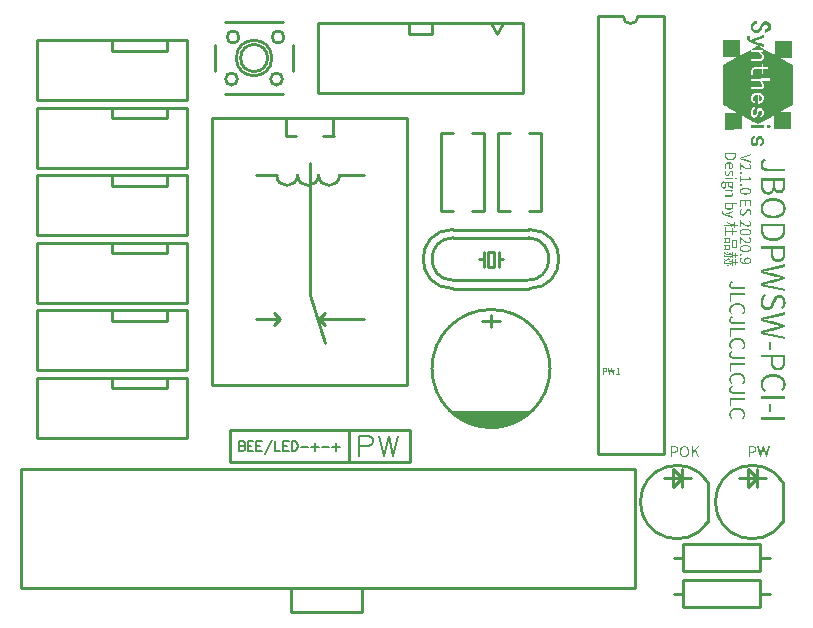
<source format=gto>
G04 Layer: TopSilkLayer*
G04 EasyEDA v6.4.7, 2021-01-11T10:17:57+08:00*
G04 90706c7a1cc54bb094bce230ef5c70c2,119f753a6ce64b8d841f2ad33262ab0c,10*
G04 Gerber Generator version 0.2*
G04 Scale: 100 percent, Rotated: No, Reflected: No *
G04 Dimensions in millimeters *
G04 leading zeros omitted , absolute positions ,3 integer and 3 decimal *
%FSLAX33Y33*%
%MOMM*%
G90*
D02*

%ADD25C,0.250012*%
%ADD26C,0.254000*%
%ADD27C,0.203200*%

%LPD*%

%LPD*%
G36*
G01X71885Y56227D02*
G01X71623Y56227D01*
G01X71361Y56001D01*
G01X71347Y55795D01*
G01X71331Y55589D01*
G01X71453Y55333D01*
G01X71663Y55205D01*
G01X71935Y55205D01*
G01X72147Y55334D01*
G01X72274Y55585D01*
G01X72328Y55687D01*
G01X72380Y55779D01*
G01X72424Y55852D01*
G01X72455Y55895D01*
G01X72509Y55955D01*
G01X72580Y55954D01*
G01X72646Y55947D01*
G01X72696Y55922D01*
G01X72735Y55877D01*
G01X72768Y55809D01*
G01X72803Y55716D01*
G01X72738Y55544D01*
G01X72635Y55523D01*
G01X72532Y55503D01*
G01X72532Y55233D01*
G01X72642Y55258D01*
G01X72697Y55272D01*
G01X72747Y55290D01*
G01X72793Y55313D01*
G01X72836Y55339D01*
G01X72873Y55369D01*
G01X72907Y55402D01*
G01X72936Y55440D01*
G01X72960Y55481D01*
G01X73009Y55576D01*
G01X73009Y55876D01*
G01X72854Y56107D01*
G01X72770Y56150D01*
G01X72686Y56192D01*
G01X72573Y56193D01*
G01X72461Y56193D01*
G01X72254Y56087D01*
G01X72019Y55583D01*
G01X71930Y55513D01*
G01X71841Y55444D01*
G01X71711Y55444D01*
G01X71627Y55527D01*
G01X71544Y55611D01*
G01X71544Y55822D01*
G01X71711Y55989D01*
G01X71885Y55989D01*
G01X71885Y56227D01*
G37*

%LPD*%
G36*
G01X72831Y47398D02*
G01X72698Y47398D01*
G01X72720Y47176D01*
G01X72992Y47176D01*
G01X73003Y47263D01*
G01X73012Y47350D01*
G01X72988Y47374D01*
G01X72968Y47383D01*
G01X72932Y47391D01*
G01X72885Y47396D01*
G01X72831Y47398D01*
G37*

%LPD*%
G36*
G01X72430Y47398D02*
G01X71335Y47398D01*
G01X71356Y47176D01*
G01X72430Y47158D01*
G01X72430Y47398D01*
G37*

%LPD*%
G36*
G01X72423Y55026D02*
G01X72419Y55034D01*
G01X72408Y55032D01*
G01X72383Y55024D01*
G01X72348Y55012D01*
G01X72302Y54996D01*
G01X72248Y54977D01*
G01X72188Y54955D01*
G01X72122Y54932D01*
G01X72052Y54906D01*
G01X71981Y54880D01*
G01X71908Y54853D01*
G01X71837Y54827D01*
G01X71769Y54801D01*
G01X71704Y54777D01*
G01X71645Y54754D01*
G01X71593Y54733D01*
G01X71550Y54716D01*
G01X71336Y54629D01*
G01X71286Y54648D01*
G01X71237Y54666D01*
G01X71237Y54936D01*
G01X71015Y54915D01*
G01X70994Y54663D01*
G01X71104Y54495D01*
G01X71281Y54427D01*
G01X71322Y54411D01*
G01X71369Y54393D01*
G01X71422Y54373D01*
G01X71479Y54351D01*
G01X71595Y54307D01*
G01X71652Y54285D01*
G01X71706Y54265D01*
G01X71953Y54171D01*
G01X71953Y54143D01*
G01X71949Y54131D01*
G01X71940Y54122D01*
G01X71927Y54116D01*
G01X71910Y54114D01*
G01X71872Y54101D01*
G01X71800Y54066D01*
G01X71704Y54014D01*
G01X71594Y53950D01*
G01X71538Y53916D01*
G01X71476Y53880D01*
G01X71410Y53841D01*
G01X71341Y53802D01*
G01X71270Y53761D01*
G01X71198Y53720D01*
G01X71125Y53678D01*
G01X71052Y53637D01*
G01X70980Y53597D01*
G01X70910Y53558D01*
G01X70843Y53521D01*
G01X70779Y53485D01*
G01X70718Y53452D01*
G01X70663Y53422D01*
G01X70613Y53396D01*
G01X70570Y53374D01*
G01X70534Y53355D01*
G01X70506Y53342D01*
G01X70487Y53333D01*
G01X70477Y53330D01*
G01X70454Y53330D01*
G01X70436Y54608D01*
G01X69694Y54618D01*
G01X68953Y54627D01*
G01X68953Y53161D01*
G01X69558Y53152D01*
G01X70163Y53142D01*
G01X69558Y52805D01*
G01X68953Y52466D01*
G01X68953Y49151D01*
G01X69404Y48899D01*
G01X69467Y48865D01*
G01X69529Y48829D01*
G01X69592Y48795D01*
G01X69653Y48761D01*
G01X69712Y48728D01*
G01X69768Y48696D01*
G01X69822Y48666D01*
G01X69870Y48639D01*
G01X69915Y48614D01*
G01X69953Y48592D01*
G01X69985Y48574D01*
G01X70010Y48560D01*
G01X70163Y48472D01*
G01X69662Y48454D01*
G01X69561Y48450D01*
G01X69466Y48445D01*
G01X69381Y48441D01*
G01X69305Y48436D01*
G01X69242Y48432D01*
G01X69194Y48428D01*
G01X69163Y48424D01*
G01X69150Y48420D01*
G01X69149Y48411D01*
G01X69148Y48391D01*
G01X69147Y48359D01*
G01X69147Y48317D01*
G01X69146Y48266D01*
G01X69146Y48138D01*
G01X69147Y48063D01*
G01X69148Y47982D01*
G01X69148Y47897D01*
G01X69150Y47806D01*
G01X69152Y47713D01*
G01X69162Y47022D01*
G01X70572Y47040D01*
G01X70572Y48243D01*
G01X70657Y48199D01*
G01X70674Y48189D01*
G01X70700Y48175D01*
G01X70736Y48155D01*
G01X70780Y48131D01*
G01X70830Y48103D01*
G01X70887Y48071D01*
G01X70950Y48035D01*
G01X71018Y47997D01*
G01X71090Y47957D01*
G01X71165Y47915D01*
G01X71242Y47871D01*
G01X71322Y47827D01*
G01X71400Y47783D01*
G01X71477Y47740D01*
G01X71550Y47700D01*
G01X71619Y47663D01*
G01X71684Y47628D01*
G01X71743Y47597D01*
G01X71796Y47569D01*
G01X71842Y47545D01*
G01X71881Y47526D01*
G01X71911Y47512D01*
G01X71932Y47504D01*
G01X71942Y47501D01*
G01X71951Y47502D01*
G01X71964Y47506D01*
G01X71982Y47513D01*
G01X72004Y47523D01*
G01X72031Y47535D01*
G01X72063Y47550D01*
G01X72099Y47569D01*
G01X72140Y47589D01*
G01X72185Y47612D01*
G01X72234Y47639D01*
G01X72288Y47667D01*
G01X72346Y47698D01*
G01X72408Y47732D01*
G01X72475Y47769D01*
G01X72546Y47808D01*
G01X72621Y47849D01*
G01X72700Y47893D01*
G01X72784Y47940D01*
G01X72872Y47989D01*
G01X72963Y48041D01*
G01X73085Y48109D01*
G01X73189Y48165D01*
G01X73262Y48203D01*
G01X73295Y48216D01*
G01X73315Y48216D01*
G01X73333Y47074D01*
G01X74782Y47056D01*
G01X74782Y48487D01*
G01X74291Y48497D01*
G01X73800Y48506D01*
G01X74376Y48827D01*
G01X74952Y49147D01*
G01X74952Y52472D01*
G01X73801Y53108D01*
G01X74309Y53118D01*
G01X74816Y53127D01*
G01X74816Y54557D01*
G01X73384Y54557D01*
G01X73384Y53841D01*
G01X73383Y53729D01*
G01X73382Y53628D01*
G01X73380Y53539D01*
G01X73377Y53466D01*
G01X73374Y53411D01*
G01X73371Y53376D01*
G01X73367Y53364D01*
G01X73356Y53368D01*
G01X73332Y53379D01*
G01X73297Y53396D01*
G01X73252Y53420D01*
G01X73197Y53449D01*
G01X73135Y53483D01*
G01X73066Y53520D01*
G01X72992Y53561D01*
G01X72913Y53605D01*
G01X72831Y53650D01*
G01X72748Y53697D01*
G01X72578Y53793D01*
G01X72495Y53840D01*
G01X72415Y53886D01*
G01X72338Y53930D01*
G01X72266Y53971D01*
G01X72201Y54010D01*
G01X72142Y54044D01*
G01X72092Y54074D01*
G01X72051Y54099D01*
G01X72021Y54118D01*
G01X72003Y54131D01*
G01X71998Y54137D01*
G01X72020Y54136D01*
G01X72070Y54122D01*
G01X72140Y54098D01*
G01X72221Y54067D01*
G01X72430Y53982D01*
G01X72430Y54237D01*
G01X72097Y54350D01*
G01X72030Y54374D01*
G01X71964Y54397D01*
G01X71903Y54418D01*
G01X71848Y54439D01*
G01X71800Y54457D01*
G01X71761Y54471D01*
G01X71732Y54483D01*
G01X71715Y54491D01*
G01X71665Y54518D01*
G01X71749Y54553D01*
G01X71772Y54562D01*
G01X71805Y54574D01*
G01X71847Y54591D01*
G01X71896Y54610D01*
G01X71951Y54630D01*
G01X72009Y54652D01*
G01X72070Y54675D01*
G01X72131Y54697D01*
G01X72430Y54808D01*
G01X72430Y54921D01*
G01X72429Y54965D01*
G01X72427Y55001D01*
G01X72423Y55026D01*
G37*

%LPC*%
G36*
G01X72396Y53739D02*
G01X71373Y53739D01*
G01X71373Y53603D01*
G01X71921Y53603D01*
G01X72034Y53555D01*
G01X72084Y53531D01*
G01X72136Y53499D01*
G01X72183Y53463D01*
G01X72220Y53429D01*
G01X72293Y53351D01*
G01X72293Y53129D01*
G01X72218Y53076D01*
G01X72142Y53023D01*
G01X71373Y53023D01*
G01X71373Y52852D01*
G01X72230Y52852D01*
G01X72430Y53052D01*
G01X72429Y53183D01*
G01X72429Y53313D01*
G01X72358Y53423D01*
G01X72328Y53467D01*
G01X72299Y53502D01*
G01X72274Y53525D01*
G01X72256Y53535D01*
G01X72244Y53537D01*
G01X72235Y53544D01*
G01X72228Y53555D01*
G01X72225Y53569D01*
G01X72225Y53603D01*
G01X72396Y53603D01*
G01X72396Y53739D01*
G37*
G36*
G01X72396Y52614D02*
G01X72293Y52614D01*
G01X72293Y52307D01*
G01X71678Y52307D01*
G01X71559Y52257D01*
G01X71441Y52208D01*
G01X71407Y52119D01*
G01X71394Y52077D01*
G01X71385Y52025D01*
G01X71378Y51969D01*
G01X71375Y51910D01*
G01X71374Y51852D01*
G01X71377Y51798D01*
G01X71384Y51750D01*
G01X71394Y51713D01*
G01X71415Y51660D01*
G01X71539Y51660D01*
G01X71506Y52017D01*
G01X71575Y52120D01*
G01X72277Y52120D01*
G01X72297Y51728D01*
G01X72393Y51728D01*
G01X72413Y52120D01*
G01X72771Y52140D01*
G01X72771Y52307D01*
G01X72396Y52307D01*
G01X72396Y52614D01*
G37*
G36*
G01X71680Y48898D02*
G01X71555Y48898D01*
G01X71473Y48810D01*
G01X71390Y48722D01*
G01X71390Y48210D01*
G01X71489Y48125D01*
G01X71589Y48040D01*
G01X71694Y48060D01*
G01X71738Y48073D01*
G01X71782Y48090D01*
G01X71820Y48110D01*
G01X71847Y48130D01*
G01X71896Y48179D01*
G01X72012Y48639D01*
G01X72082Y48686D01*
G01X72152Y48732D01*
G01X72293Y48591D01*
G01X72293Y48352D01*
G01X72157Y48216D01*
G01X72157Y48148D01*
G01X72160Y48103D01*
G01X72175Y48084D01*
G01X72207Y48089D01*
G01X72261Y48115D01*
G01X72327Y48150D01*
G01X72378Y48250D01*
G01X72430Y48349D01*
G01X72427Y48479D01*
G01X72421Y48581D01*
G01X72404Y48657D01*
G01X72371Y48721D01*
G01X72317Y48787D01*
G01X72248Y48864D01*
G01X72154Y48864D01*
G01X72113Y48862D01*
G01X72071Y48858D01*
G01X72034Y48851D01*
G01X72005Y48843D01*
G01X71950Y48822D01*
G01X71851Y48629D01*
G01X71850Y48533D01*
G01X71850Y48438D01*
G01X71715Y48216D01*
G01X71666Y48216D01*
G01X71642Y48221D01*
G01X71615Y48233D01*
G01X71587Y48250D01*
G01X71561Y48272D01*
G01X71506Y48327D01*
G01X71526Y48677D01*
G01X71680Y48744D01*
G01X71680Y48898D01*
G37*
G36*
G01X72062Y50159D02*
G01X71697Y50159D01*
G01X71479Y50026D01*
G01X71422Y49917D01*
G01X71365Y49807D01*
G01X71381Y49620D01*
G01X71397Y49432D01*
G01X71505Y49335D01*
G01X71613Y49239D01*
G01X71714Y49239D01*
G01X71714Y49410D01*
G01X71680Y49410D01*
G01X71662Y49415D01*
G01X71636Y49429D01*
G01X71607Y49451D01*
G01X71578Y49478D01*
G01X71510Y49546D01*
G01X71510Y49780D01*
G01X71663Y49957D01*
G01X71791Y49978D01*
G01X71919Y49998D01*
G01X71919Y49230D01*
G01X72202Y49268D01*
G01X72405Y49471D01*
G01X72419Y49636D01*
G01X72432Y49801D01*
G01X72357Y49928D01*
G01X72281Y50055D01*
G01X72172Y50107D01*
G01X72062Y50159D01*
G37*
G36*
G01X72975Y51182D02*
G01X72975Y51354D01*
G01X71390Y51335D01*
G01X71379Y51259D01*
G01X71368Y51182D01*
G01X71959Y51182D01*
G01X72077Y51127D01*
G01X72193Y51071D01*
G01X72244Y51000D01*
G01X72293Y50929D01*
G01X72293Y50709D01*
G01X72218Y50656D01*
G01X72142Y50602D01*
G01X71373Y50602D01*
G01X71373Y50466D01*
G01X72288Y50466D01*
G01X72430Y50646D01*
G01X72430Y50880D01*
G01X72392Y50954D01*
G01X72371Y50989D01*
G01X72344Y51030D01*
G01X72313Y51070D01*
G01X72283Y51105D01*
G01X72213Y51182D01*
G01X72975Y51182D01*
G37*

%LPD*%
G36*
G01X72152Y49955D02*
G01X72018Y49955D01*
G01X72028Y49691D01*
G01X72038Y49426D01*
G01X72106Y49437D01*
G01X72174Y49447D01*
G01X72234Y49517D01*
G01X72293Y49587D01*
G01X72293Y49775D01*
G01X72223Y49865D01*
G01X72152Y49955D01*
G37*

%LPD*%
G36*
G01X72256Y46479D02*
G01X72181Y46520D01*
G01X71926Y46443D01*
G01X71816Y46212D01*
G01X71816Y46125D01*
G01X71813Y46084D01*
G01X71804Y46038D01*
G01X71792Y45990D01*
G01X71776Y45949D01*
G01X71736Y45861D01*
G01X71560Y45881D01*
G01X71560Y46256D01*
G01X71714Y46324D01*
G01X71714Y46512D01*
G01X71541Y46512D01*
G01X71378Y46349D01*
G01X71354Y46224D01*
G01X71331Y46098D01*
G01X71365Y45792D01*
G01X71443Y45708D01*
G01X71521Y45626D01*
G01X71806Y45626D01*
G01X71931Y45764D01*
G01X71986Y45990D01*
G01X72041Y46217D01*
G01X72101Y46253D01*
G01X72161Y46290D01*
G01X72259Y46158D01*
G01X72259Y45933D01*
G01X72123Y45848D01*
G01X72123Y45626D01*
G01X72166Y45626D01*
G01X72228Y45643D01*
G01X72297Y45689D01*
G01X72362Y45754D01*
G01X72413Y45830D01*
G01X72464Y45929D01*
G01X72464Y46222D01*
G01X72398Y46331D01*
G01X72331Y46439D01*
G01X72256Y46479D01*
G37*

%LPD*%
G54D25*
G01X37282Y21590D02*
G01X37282Y18923D01*
G54D26*
G01X44378Y56086D02*
G01X44378Y55085D01*
G01X42377Y55085D01*
G01X42377Y56086D01*
G01X50379Y56085D02*
G01X49879Y55085D01*
G01X49379Y56085D01*
G01X52083Y56085D02*
G01X52083Y50085D01*
G01X34676Y56085D02*
G01X52082Y56085D01*
G01X34676Y50085D02*
G01X34676Y56085D01*
G01X52079Y50085D02*
G01X34676Y50085D01*
G01X42230Y25409D02*
G01X25730Y25409D01*
G01X42230Y25398D02*
G01X42230Y47979D01*
G01X25730Y47979D02*
G01X42230Y47979D01*
G01X25730Y47979D02*
G01X25730Y25409D01*
G01X38552Y43180D02*
G01X36520Y43178D01*
G01X31186Y43178D02*
G01X29408Y43180D01*
G01X33980Y44194D02*
G01X33980Y33018D01*
G01X35250Y28954D01*
G01X38552Y30988D02*
G01X34742Y30986D01*
G01X35250Y30478D01*
G01X34742Y30986D02*
G01X35250Y31494D01*
G01X29408Y30988D02*
G01X31440Y30986D01*
G01X30932Y31494D01*
G01X31440Y30986D02*
G01X30932Y30478D01*
G01X35987Y47979D02*
G01X35987Y46480D01*
G01X36012Y46480D02*
G01X35137Y46480D01*
G01X32822Y46480D02*
G01X31948Y46480D01*
G01X31948Y46480D02*
G01X31948Y47979D01*
G01X45134Y40134D02*
G01X45134Y46734D01*
G01X48734Y46734D02*
G01X47732Y46734D01*
G01X46135Y46734D02*
G01X45134Y46734D01*
G01X48734Y40134D02*
G01X47732Y40134D01*
G01X46135Y40134D02*
G01X45134Y40134D01*
G01X48734Y46734D02*
G01X48734Y40134D01*
G01X52347Y34268D02*
G01X46147Y34268D01*
G01X52597Y33568D02*
G01X46097Y33568D01*
G01X46147Y37867D02*
G01X52547Y37867D01*
G01X46097Y38567D02*
G01X52597Y38567D01*
G01X49093Y36703D02*
G01X49093Y35433D01*
G01X49093Y35433D02*
G01X49601Y35433D01*
G01X49601Y35433D02*
G01X49601Y36703D01*
G01X49601Y36703D02*
G01X49093Y36703D01*
G01X48712Y36703D02*
G01X48712Y36068D01*
G01X48712Y36068D02*
G01X48712Y35433D01*
G01X48712Y36068D02*
G01X48331Y36068D01*
G01X49982Y36703D02*
G01X49982Y36068D01*
G01X49982Y36068D02*
G01X49982Y35433D01*
G01X49982Y36068D02*
G01X50363Y36068D01*
G01X60523Y56641D02*
G01X58364Y56641D01*
G01X58364Y19557D01*
G01X63952Y19557D01*
G01X63952Y56641D01*
G01X61793Y56641D01*
G01X49347Y31369D02*
G01X49347Y30353D01*
G01X50109Y30861D02*
G01X48585Y30861D01*
G01X10866Y54610D02*
G01X23566Y54610D01*
G01X23566Y49530D01*
G01X10866Y49530D01*
G01X10866Y54610D01*
G01X17216Y54610D02*
G01X21915Y54610D01*
G01X21915Y53721D01*
G01X17216Y53721D01*
G01X17216Y54610D01*
G01X10866Y48895D02*
G01X23566Y48895D01*
G01X23566Y43815D01*
G01X10866Y43815D01*
G01X10866Y48895D01*
G01X17216Y48895D02*
G01X21915Y48895D01*
G01X21915Y48006D01*
G01X17216Y48006D01*
G01X17216Y48895D01*
G01X10866Y43180D02*
G01X23566Y43180D01*
G01X23566Y38100D01*
G01X10866Y38100D01*
G01X10866Y43180D01*
G01X17216Y43180D02*
G01X21915Y43180D01*
G01X21915Y42291D01*
G01X17216Y42291D01*
G01X17216Y43180D01*
G01X10866Y37465D02*
G01X23566Y37465D01*
G01X23566Y32385D01*
G01X10866Y32385D01*
G01X10866Y37465D01*
G01X17216Y37465D02*
G01X21915Y37465D01*
G01X21915Y36576D01*
G01X17216Y36576D01*
G01X17216Y37465D01*
G01X49960Y40134D02*
G01X49960Y46734D01*
G01X53560Y46734D02*
G01X52558Y46734D01*
G01X50961Y46734D02*
G01X49960Y46734D01*
G01X53560Y40134D02*
G01X52558Y40134D01*
G01X50961Y40134D02*
G01X49960Y40134D01*
G01X53560Y46734D02*
G01X53560Y40134D01*
G01X38425Y6223D02*
G01X32427Y6223D01*
G01X32427Y8221D01*
G01X38425Y8221D01*
G01X38425Y6223D01*
G01X61539Y8255D02*
G01X9539Y8255D01*
G01X9539Y18254D01*
G01X61539Y18254D01*
G01X61539Y8255D01*
G01X25979Y51965D02*
G01X25979Y54206D01*
G01X31731Y50038D02*
G01X26830Y50038D01*
G01X32583Y51965D02*
G01X32583Y54206D01*
G01X31731Y56134D02*
G01X26830Y56134D01*
G01X10866Y26035D02*
G01X23566Y26035D01*
G01X23566Y20955D01*
G01X10866Y20955D01*
G01X10866Y26035D01*
G01X17216Y26035D02*
G01X21915Y26035D01*
G01X21915Y25146D01*
G01X17216Y25146D01*
G01X17216Y26035D01*
G01X10866Y31750D02*
G01X23566Y31750D01*
G01X23566Y26670D01*
G01X10866Y26670D01*
G01X10866Y31750D01*
G01X17216Y31750D02*
G01X21915Y31750D01*
G01X21915Y30861D01*
G01X17216Y30861D01*
G01X17216Y31750D01*
G01X72207Y10795D02*
G01X72969Y10795D01*
G01X65603Y10795D02*
G01X64841Y10795D01*
G01X72080Y9652D02*
G01X65603Y9652D01*
G01X65603Y11938D01*
G01X72080Y11938D01*
G01X72080Y9652D01*
G01X72207Y7747D02*
G01X72969Y7747D01*
G01X65603Y7747D02*
G01X64841Y7747D01*
G01X72080Y6604D02*
G01X65603Y6604D01*
G01X65603Y8890D01*
G01X72080Y8890D01*
G01X72080Y6604D01*
G01X67695Y17193D02*
G01X67695Y13794D01*
G01X63952Y17526D02*
G01X66238Y17526D01*
G01X65476Y18288D02*
G01X65476Y16764D01*
G01X65482Y17526D02*
G01X65476Y17526D01*
G01X64714Y18288D01*
G01X64714Y16764D01*
G01X64714Y16764D02*
G01X64715Y16764D01*
G01X65477Y17526D01*
G01X74045Y17193D02*
G01X74045Y13794D01*
G01X70302Y17526D02*
G01X72588Y17526D01*
G01X71826Y18288D02*
G01X71826Y16764D01*
G01X71832Y17526D02*
G01X71826Y17526D01*
G01X71064Y18288D01*
G01X71064Y16764D01*
G01X71064Y16764D02*
G01X71065Y16764D01*
G01X71827Y17526D01*

%LPD*%
G36*
G01X72605Y44432D02*
G01X72489Y44599D01*
G01X72439Y44569D01*
G01X72393Y44536D01*
G01X72351Y44500D01*
G01X72314Y44461D01*
G01X72281Y44420D01*
G01X72252Y44375D01*
G01X72227Y44329D01*
G01X72207Y44279D01*
G01X72191Y44226D01*
G01X72180Y44171D01*
G01X72173Y44112D01*
G01X72171Y44051D01*
G01X72174Y43979D01*
G01X72184Y43913D01*
G01X72199Y43853D01*
G01X72220Y43797D01*
G01X72246Y43747D01*
G01X72278Y43702D01*
G01X72314Y43662D01*
G01X72354Y43627D01*
G01X72398Y43596D01*
G01X72446Y43570D01*
G01X72498Y43548D01*
G01X72553Y43530D01*
G01X72610Y43516D01*
G01X72670Y43507D01*
G01X72732Y43502D01*
G01X72796Y43500D01*
G01X74251Y43500D01*
G01X74251Y43731D01*
G01X72819Y43731D01*
G01X72744Y43733D01*
G01X72677Y43740D01*
G01X72617Y43752D01*
G01X72564Y43768D01*
G01X72518Y43789D01*
G01X72478Y43815D01*
G01X72446Y43845D01*
G01X72419Y43881D01*
G01X72400Y43920D01*
G01X72385Y43965D01*
G01X72377Y44014D01*
G01X72374Y44069D01*
G01X72377Y44125D01*
G01X72387Y44178D01*
G01X72403Y44228D01*
G01X72427Y44274D01*
G01X72459Y44317D01*
G01X72499Y44358D01*
G01X72547Y44396D01*
G01X72605Y44432D01*
G37*

%LPD*%
G36*
G01X74251Y42938D02*
G01X72207Y42938D01*
G01X72207Y42301D01*
G01X72208Y42233D01*
G01X72213Y42168D01*
G01X72220Y42105D01*
G01X72230Y42045D01*
G01X72244Y41987D01*
G01X72260Y41932D01*
G01X72280Y41880D01*
G01X72302Y41830D01*
G01X72327Y41785D01*
G01X72355Y41742D01*
G01X72387Y41703D01*
G01X72421Y41667D01*
G01X72459Y41635D01*
G01X72499Y41607D01*
G01X72542Y41583D01*
G01X72588Y41563D01*
G01X72637Y41547D01*
G01X72690Y41535D01*
G01X72745Y41529D01*
G01X72804Y41526D01*
G01X72871Y41530D01*
G01X72934Y41540D01*
G01X72991Y41557D01*
G01X73045Y41581D01*
G01X73093Y41610D01*
G01X73137Y41645D01*
G01X73175Y41684D01*
G01X73209Y41730D01*
G01X73238Y41779D01*
G01X73262Y41832D01*
G01X73282Y41890D01*
G01X73296Y41950D01*
G01X73306Y41950D01*
G01X73336Y41882D01*
G01X73375Y41822D01*
G01X73423Y41770D01*
G01X73477Y41727D01*
G01X73539Y41693D01*
G01X73605Y41668D01*
G01X73676Y41653D01*
G01X73751Y41648D01*
G01X73815Y41651D01*
G01X73874Y41661D01*
G01X73929Y41677D01*
G01X73979Y41699D01*
G01X74025Y41726D01*
G01X74065Y41759D01*
G01X74102Y41797D01*
G01X74134Y41841D01*
G01X74162Y41889D01*
G01X74187Y41943D01*
G01X74207Y42000D01*
G01X74223Y42061D01*
G01X74236Y42127D01*
G01X74244Y42197D01*
G01X74250Y42270D01*
G01X74251Y42346D01*
G01X74251Y42938D01*
G37*

%LPC*%
G36*
G01X74068Y42707D02*
G01X73375Y42707D01*
G01X73375Y42392D01*
G01X73378Y42305D01*
G01X73386Y42226D01*
G01X73399Y42156D01*
G01X73418Y42095D01*
G01X73441Y42042D01*
G01X73469Y41996D01*
G01X73502Y41959D01*
G01X73538Y41928D01*
G01X73579Y41905D01*
G01X73623Y41889D01*
G01X73671Y41880D01*
G01X73723Y41876D01*
G01X73782Y41880D01*
G01X73836Y41891D01*
G01X73883Y41908D01*
G01X73924Y41933D01*
G01X73960Y41964D01*
G01X73990Y42003D01*
G01X74015Y42049D01*
G01X74035Y42101D01*
G01X74050Y42160D01*
G01X74060Y42226D01*
G01X74066Y42300D01*
G01X74068Y42379D01*
G01X74068Y42707D01*
G37*
G36*
G01X73195Y42707D02*
G01X72392Y42707D01*
G01X72392Y42336D01*
G01X72394Y42270D01*
G01X72398Y42207D01*
G01X72406Y42147D01*
G01X72417Y42092D01*
G01X72431Y42040D01*
G01X72448Y41992D01*
G01X72469Y41948D01*
G01X72493Y41908D01*
G01X72521Y41872D01*
G01X72552Y41841D01*
G01X72587Y41815D01*
G01X72625Y41792D01*
G01X72666Y41775D01*
G01X72712Y41762D01*
G01X72761Y41755D01*
G01X72814Y41752D01*
G01X72876Y41757D01*
G01X72933Y41769D01*
G01X72983Y41791D01*
G01X73029Y41821D01*
G01X73068Y41859D01*
G01X73102Y41905D01*
G01X73131Y41959D01*
G01X73154Y42020D01*
G01X73172Y42088D01*
G01X73185Y42164D01*
G01X73192Y42247D01*
G01X73195Y42336D01*
G01X73195Y42707D01*
G37*

%LPD*%
G36*
G01X73306Y41235D02*
G01X73238Y41236D01*
G01X73169Y41235D01*
G01X73102Y41231D01*
G01X73037Y41224D01*
G01X72973Y41215D01*
G01X72912Y41203D01*
G01X72853Y41189D01*
G01X72796Y41172D01*
G01X72741Y41154D01*
G01X72688Y41132D01*
G01X72638Y41109D01*
G01X72590Y41083D01*
G01X72544Y41056D01*
G01X72501Y41026D01*
G01X72460Y40994D01*
G01X72422Y40961D01*
G01X72385Y40925D01*
G01X72352Y40887D01*
G01X72321Y40848D01*
G01X72293Y40808D01*
G01X72269Y40765D01*
G01X72246Y40721D01*
G01X72226Y40676D01*
G01X72210Y40628D01*
G01X72196Y40580D01*
G01X72185Y40530D01*
G01X72177Y40479D01*
G01X72173Y40426D01*
G01X72171Y40373D01*
G01X72173Y40319D01*
G01X72177Y40266D01*
G01X72185Y40215D01*
G01X72196Y40165D01*
G01X72210Y40116D01*
G01X72226Y40069D01*
G01X72246Y40023D01*
G01X72269Y39979D01*
G01X72293Y39936D01*
G01X72321Y39895D01*
G01X72352Y39856D01*
G01X72385Y39819D01*
G01X72422Y39783D01*
G01X72460Y39749D01*
G01X72501Y39717D01*
G01X72544Y39688D01*
G01X72590Y39660D01*
G01X72638Y39634D01*
G01X72688Y39611D01*
G01X72741Y39589D01*
G01X72796Y39571D01*
G01X72853Y39554D01*
G01X72912Y39540D01*
G01X72973Y39528D01*
G01X73037Y39519D01*
G01X73102Y39512D01*
G01X73169Y39508D01*
G01X73238Y39507D01*
G01X73306Y39508D01*
G01X73373Y39512D01*
G01X73438Y39519D01*
G01X73500Y39528D01*
G01X73561Y39540D01*
G01X73620Y39554D01*
G01X73676Y39571D01*
G01X73730Y39589D01*
G01X73782Y39611D01*
G01X73832Y39634D01*
G01X73879Y39660D01*
G01X73924Y39688D01*
G01X73966Y39717D01*
G01X74006Y39749D01*
G01X74044Y39783D01*
G01X74079Y39819D01*
G01X74111Y39856D01*
G01X74141Y39895D01*
G01X74168Y39936D01*
G01X74193Y39979D01*
G01X74214Y40023D01*
G01X74234Y40069D01*
G01X74250Y40116D01*
G01X74263Y40165D01*
G01X74273Y40215D01*
G01X74281Y40266D01*
G01X74285Y40319D01*
G01X74287Y40373D01*
G01X74285Y40426D01*
G01X74281Y40479D01*
G01X74273Y40530D01*
G01X74263Y40580D01*
G01X74250Y40628D01*
G01X74234Y40676D01*
G01X74214Y40721D01*
G01X74193Y40765D01*
G01X74168Y40808D01*
G01X74141Y40848D01*
G01X74111Y40887D01*
G01X74079Y40925D01*
G01X74044Y40961D01*
G01X74006Y40994D01*
G01X73966Y41026D01*
G01X73924Y41056D01*
G01X73879Y41083D01*
G01X73832Y41109D01*
G01X73782Y41132D01*
G01X73730Y41154D01*
G01X73676Y41172D01*
G01X73620Y41189D01*
G01X73561Y41203D01*
G01X73500Y41215D01*
G01X73438Y41224D01*
G01X73373Y41231D01*
G01X73306Y41235D01*
G37*

%LPC*%
G36*
G01X73315Y40996D02*
G01X73238Y40998D01*
G01X73161Y40996D01*
G01X73086Y40991D01*
G01X73014Y40981D01*
G01X72946Y40969D01*
G01X72881Y40953D01*
G01X72819Y40934D01*
G01X72761Y40912D01*
G01X72706Y40887D01*
G01X72656Y40858D01*
G01X72609Y40827D01*
G01X72566Y40793D01*
G01X72527Y40756D01*
G01X72492Y40717D01*
G01X72462Y40675D01*
G01X72435Y40630D01*
G01X72413Y40583D01*
G01X72397Y40534D01*
G01X72384Y40482D01*
G01X72377Y40429D01*
G01X72374Y40373D01*
G01X72377Y40317D01*
G01X72384Y40263D01*
G01X72397Y40211D01*
G01X72413Y40161D01*
G01X72435Y40114D01*
G01X72462Y40069D01*
G01X72492Y40027D01*
G01X72527Y39987D01*
G01X72566Y39951D01*
G01X72609Y39916D01*
G01X72656Y39885D01*
G01X72706Y39857D01*
G01X72761Y39831D01*
G01X72819Y39809D01*
G01X72881Y39790D01*
G01X72946Y39774D01*
G01X73014Y39762D01*
G01X73086Y39753D01*
G01X73161Y39747D01*
G01X73238Y39745D01*
G01X73315Y39747D01*
G01X73389Y39753D01*
G01X73459Y39762D01*
G01X73527Y39774D01*
G01X73591Y39790D01*
G01X73651Y39809D01*
G01X73708Y39831D01*
G01X73762Y39857D01*
G01X73811Y39885D01*
G01X73857Y39916D01*
G01X73899Y39951D01*
G01X73937Y39987D01*
G01X73970Y40027D01*
G01X74000Y40069D01*
G01X74025Y40114D01*
G01X74046Y40161D01*
G01X74062Y40211D01*
G01X74074Y40263D01*
G01X74081Y40317D01*
G01X74084Y40373D01*
G01X74081Y40429D01*
G01X74074Y40482D01*
G01X74062Y40534D01*
G01X74046Y40583D01*
G01X74025Y40630D01*
G01X74000Y40675D01*
G01X73970Y40717D01*
G01X73937Y40756D01*
G01X73899Y40793D01*
G01X73857Y40827D01*
G01X73811Y40858D01*
G01X73762Y40887D01*
G01X73708Y40912D01*
G01X73651Y40934D01*
G01X73591Y40953D01*
G01X73527Y40969D01*
G01X73459Y40981D01*
G01X73389Y40991D01*
G01X73315Y40996D01*
G37*

%LPD*%
G36*
G01X74251Y39057D02*
G01X72207Y39057D01*
G01X72207Y38547D01*
G01X72208Y38481D01*
G01X72213Y38418D01*
G01X72220Y38357D01*
G01X72230Y38298D01*
G01X72243Y38242D01*
G01X72259Y38188D01*
G01X72277Y38136D01*
G01X72299Y38087D01*
G01X72322Y38040D01*
G01X72349Y37995D01*
G01X72378Y37952D01*
G01X72410Y37913D01*
G01X72444Y37875D01*
G01X72481Y37839D01*
G01X72521Y37806D01*
G01X72562Y37776D01*
G01X72606Y37748D01*
G01X72653Y37722D01*
G01X72701Y37699D01*
G01X72752Y37678D01*
G01X72806Y37660D01*
G01X72861Y37644D01*
G01X72919Y37630D01*
G01X72978Y37619D01*
G01X73040Y37610D01*
G01X73104Y37604D01*
G01X73170Y37600D01*
G01X73238Y37599D01*
G01X73305Y37600D01*
G01X73371Y37604D01*
G01X73435Y37610D01*
G01X73496Y37619D01*
G01X73555Y37630D01*
G01X73613Y37644D01*
G01X73667Y37660D01*
G01X73720Y37678D01*
G01X73770Y37699D01*
G01X73818Y37723D01*
G01X73863Y37748D01*
G01X73906Y37777D01*
G01X73947Y37807D01*
G01X73986Y37840D01*
G01X74021Y37876D01*
G01X74055Y37914D01*
G01X74086Y37954D01*
G01X74114Y37997D01*
G01X74140Y38042D01*
G01X74163Y38089D01*
G01X74183Y38139D01*
G01X74201Y38191D01*
G01X74216Y38246D01*
G01X74229Y38303D01*
G01X74239Y38362D01*
G01X74246Y38424D01*
G01X74250Y38488D01*
G01X74251Y38554D01*
G01X74251Y39057D01*
G37*

%LPC*%
G36*
G01X74061Y38826D02*
G01X72397Y38826D01*
G01X72397Y38574D01*
G01X72399Y38514D01*
G01X72404Y38456D01*
G01X72412Y38400D01*
G01X72423Y38347D01*
G01X72437Y38297D01*
G01X72455Y38249D01*
G01X72475Y38204D01*
G01X72499Y38161D01*
G01X72525Y38122D01*
G01X72555Y38085D01*
G01X72587Y38050D01*
G01X72621Y38018D01*
G01X72659Y37989D01*
G01X72699Y37962D01*
G01X72742Y37938D01*
G01X72787Y37916D01*
G01X72836Y37897D01*
G01X72886Y37881D01*
G01X72939Y37867D01*
G01X72994Y37856D01*
G01X73051Y37847D01*
G01X73111Y37840D01*
G01X73173Y37836D01*
G01X73238Y37835D01*
G01X73302Y37836D01*
G01X73364Y37840D01*
G01X73423Y37847D01*
G01X73481Y37856D01*
G01X73535Y37867D01*
G01X73587Y37881D01*
G01X73637Y37897D01*
G01X73684Y37916D01*
G01X73728Y37938D01*
G01X73770Y37962D01*
G01X73809Y37989D01*
G01X73845Y38018D01*
G01X73879Y38050D01*
G01X73910Y38085D01*
G01X73938Y38122D01*
G01X73964Y38161D01*
G01X73986Y38204D01*
G01X74006Y38249D01*
G01X74023Y38297D01*
G01X74036Y38347D01*
G01X74047Y38400D01*
G01X74055Y38456D01*
G01X74059Y38514D01*
G01X74061Y38574D01*
G01X74061Y38826D01*
G37*

%LPD*%
G36*
G01X74251Y37150D02*
G01X72207Y37150D01*
G01X72207Y36916D01*
G01X73035Y36916D01*
G01X73035Y36570D01*
G01X73036Y36504D01*
G01X73041Y36439D01*
G01X73048Y36378D01*
G01X73059Y36319D01*
G01X73073Y36263D01*
G01X73090Y36209D01*
G01X73109Y36159D01*
G01X73132Y36111D01*
G01X73159Y36067D01*
G01X73188Y36026D01*
G01X73221Y35989D01*
G01X73256Y35955D01*
G01X73295Y35924D01*
G01X73337Y35897D01*
G01X73383Y35874D01*
G01X73431Y35856D01*
G01X73484Y35841D01*
G01X73539Y35830D01*
G01X73598Y35823D01*
G01X73660Y35821D01*
G01X73724Y35823D01*
G01X73783Y35830D01*
G01X73838Y35841D01*
G01X73890Y35856D01*
G01X73937Y35875D01*
G01X73981Y35898D01*
G01X74021Y35925D01*
G01X74058Y35956D01*
G01X74091Y35990D01*
G01X74120Y36028D01*
G01X74147Y36070D01*
G01X74170Y36115D01*
G01X74189Y36162D01*
G01X74207Y36214D01*
G01X74221Y36268D01*
G01X74232Y36325D01*
G01X74241Y36385D01*
G01X74247Y36447D01*
G01X74250Y36513D01*
G01X74251Y36581D01*
G01X74251Y37150D01*
G37*

%LPC*%
G36*
G01X74066Y36916D02*
G01X73223Y36916D01*
G01X73223Y36603D01*
G01X73224Y36536D01*
G01X73229Y36472D01*
G01X73237Y36413D01*
G01X73248Y36360D01*
G01X73263Y36310D01*
G01X73281Y36264D01*
G01X73302Y36223D01*
G01X73327Y36186D01*
G01X73355Y36154D01*
G01X73387Y36126D01*
G01X73423Y36103D01*
G01X73463Y36084D01*
G01X73506Y36069D01*
G01X73553Y36058D01*
G01X73604Y36052D01*
G01X73660Y36050D01*
G01X73715Y36052D01*
G01X73765Y36059D01*
G01X73811Y36070D01*
G01X73853Y36085D01*
G01X73890Y36106D01*
G01X73923Y36130D01*
G01X73953Y36158D01*
G01X73978Y36192D01*
G01X74000Y36230D01*
G01X74018Y36272D01*
G01X74033Y36318D01*
G01X74046Y36369D01*
G01X74055Y36424D01*
G01X74061Y36484D01*
G01X74065Y36548D01*
G01X74066Y36616D01*
G01X74066Y36916D01*
G37*

%LPD*%
G36*
G01X74251Y35372D02*
G01X74251Y35610D01*
G01X72207Y35168D01*
G01X72207Y34897D01*
G01X73482Y34579D01*
G01X73540Y34566D01*
G01X73598Y34552D01*
G01X73713Y34525D01*
G01X73770Y34511D01*
G01X73944Y34472D01*
G01X73944Y34460D01*
G01X73886Y34447D01*
G01X73770Y34423D01*
G01X73713Y34410D01*
G01X73598Y34386D01*
G01X73540Y34373D01*
G01X73482Y34361D01*
G01X72207Y34033D01*
G01X72207Y33759D01*
G01X74251Y33329D01*
G01X74251Y33550D01*
G01X73113Y33776D01*
G01X73060Y33787D01*
G01X72950Y33807D01*
G01X72896Y33817D01*
G01X72676Y33857D01*
G01X72565Y33876D01*
G01X72453Y33896D01*
G01X72453Y33911D01*
G01X72621Y33948D01*
G01X72676Y33960D01*
G01X72732Y33973D01*
G01X72842Y33997D01*
G01X72952Y34023D01*
G01X73006Y34036D01*
G01X73060Y34048D01*
G01X73113Y34061D01*
G01X74251Y34356D01*
G01X74251Y34569D01*
G01X73113Y34861D01*
G01X73060Y34874D01*
G01X73005Y34886D01*
G01X72950Y34899D01*
G01X72896Y34911D01*
G01X72786Y34936D01*
G01X72620Y34972D01*
G01X72565Y34984D01*
G01X72453Y35008D01*
G01X72453Y35018D01*
G01X72565Y35040D01*
G01X72676Y35061D01*
G01X72731Y35071D01*
G01X72841Y35093D01*
G01X72896Y35103D01*
G01X72950Y35113D01*
G01X73060Y35135D01*
G01X73113Y35145D01*
G01X74251Y35372D01*
G37*

%LPD*%
G36*
G01X72633Y32997D02*
G01X72476Y33136D01*
G01X72430Y33091D01*
G01X72388Y33043D01*
G01X72349Y32993D01*
G01X72313Y32939D01*
G01X72281Y32883D01*
G01X72253Y32825D01*
G01X72228Y32764D01*
G01X72208Y32701D01*
G01X72192Y32636D01*
G01X72181Y32568D01*
G01X72174Y32499D01*
G01X72171Y32428D01*
G01X72174Y32350D01*
G01X72183Y32277D01*
G01X72196Y32208D01*
G01X72215Y32142D01*
G01X72239Y32081D01*
G01X72268Y32025D01*
G01X72300Y31973D01*
G01X72337Y31925D01*
G01X72377Y31883D01*
G01X72421Y31846D01*
G01X72468Y31814D01*
G01X72518Y31788D01*
G01X72571Y31767D01*
G01X72626Y31752D01*
G01X72684Y31742D01*
G01X72743Y31739D01*
G01X72815Y31743D01*
G01X72882Y31755D01*
G01X72942Y31773D01*
G01X72997Y31797D01*
G01X73047Y31828D01*
G01X73092Y31864D01*
G01X73133Y31904D01*
G01X73170Y31950D01*
G01X73204Y31998D01*
G01X73235Y32051D01*
G01X73264Y32106D01*
G01X73291Y32164D01*
G01X73416Y32461D01*
G01X73442Y32520D01*
G01X73471Y32579D01*
G01X73504Y32636D01*
G01X73541Y32689D01*
G01X73585Y32734D01*
G01X73638Y32770D01*
G01X73699Y32793D01*
G01X73771Y32801D01*
G01X73840Y32794D01*
G01X73901Y32773D01*
G01X73955Y32738D01*
G01X74000Y32691D01*
G01X74036Y32634D01*
G01X74062Y32566D01*
G01X74078Y32490D01*
G01X74084Y32405D01*
G01X74080Y32334D01*
G01X74070Y32266D01*
G01X74053Y32202D01*
G01X74031Y32142D01*
G01X74002Y32085D01*
G01X73969Y32031D01*
G01X73931Y31981D01*
G01X73888Y31932D01*
G01X74035Y31810D01*
G01X74072Y31846D01*
G01X74106Y31885D01*
G01X74138Y31927D01*
G01X74167Y31971D01*
G01X74194Y32018D01*
G01X74217Y32066D01*
G01X74238Y32118D01*
G01X74255Y32172D01*
G01X74269Y32228D01*
G01X74279Y32285D01*
G01X74285Y32344D01*
G01X74287Y32405D01*
G01X74284Y32472D01*
G01X74277Y32536D01*
G01X74265Y32598D01*
G01X74247Y32656D01*
G01X74226Y32712D01*
G01X74201Y32764D01*
G01X74171Y32812D01*
G01X74138Y32856D01*
G01X74100Y32896D01*
G01X74059Y32931D01*
G01X74016Y32962D01*
G01X73969Y32987D01*
G01X73919Y33008D01*
G01X73866Y33023D01*
G01X73811Y33032D01*
G01X73753Y33035D01*
G01X73682Y33030D01*
G01X73617Y33017D01*
G01X73558Y32997D01*
G01X73505Y32969D01*
G01X73457Y32936D01*
G01X73414Y32898D01*
G01X73375Y32856D01*
G01X73340Y32812D01*
G01X73309Y32764D01*
G01X73281Y32717D01*
G01X73257Y32668D01*
G01X73235Y32621D01*
G01X73071Y32252D01*
G01X73039Y32186D01*
G01X73004Y32126D01*
G01X72965Y32075D01*
G01X72919Y32032D01*
G01X72866Y32000D01*
G01X72803Y31980D01*
G01X72727Y31973D01*
G01X72676Y31977D01*
G01X72628Y31987D01*
G01X72583Y32005D01*
G01X72542Y32028D01*
G01X72505Y32058D01*
G01X72472Y32094D01*
G01X72443Y32136D01*
G01X72419Y32184D01*
G01X72400Y32237D01*
G01X72386Y32295D01*
G01X72377Y32358D01*
G01X72374Y32425D01*
G01X72376Y32479D01*
G01X72382Y32532D01*
G01X72393Y32585D01*
G01X72406Y32636D01*
G01X72424Y32687D01*
G01X72445Y32737D01*
G01X72469Y32785D01*
G01X72496Y32831D01*
G01X72527Y32876D01*
G01X72560Y32918D01*
G01X72595Y32959D01*
G01X72633Y32997D01*
G37*

%LPD*%
G36*
G01X74251Y31302D02*
G01X74251Y31541D01*
G01X72207Y31099D01*
G01X72207Y30827D01*
G01X73482Y30510D01*
G01X73598Y30484D01*
G01X73828Y30429D01*
G01X73944Y30403D01*
G01X73944Y30393D01*
G01X73886Y30380D01*
G01X73828Y30368D01*
G01X73598Y30317D01*
G01X73540Y30304D01*
G01X73482Y30292D01*
G01X72207Y29966D01*
G01X72207Y29692D01*
G01X74251Y29260D01*
G01X74251Y29481D01*
G01X73113Y29707D01*
G01X73060Y29718D01*
G01X73005Y29729D01*
G01X72950Y29739D01*
G01X72896Y29749D01*
G01X72676Y29789D01*
G01X72620Y29799D01*
G01X72565Y29809D01*
G01X72453Y29829D01*
G01X72453Y29842D01*
G01X72621Y29880D01*
G01X72676Y29893D01*
G01X72732Y29905D01*
G01X72787Y29918D01*
G01X72952Y29956D01*
G01X73060Y29982D01*
G01X73113Y29994D01*
G01X74251Y30286D01*
G01X74251Y30502D01*
G01X73113Y30792D01*
G01X73060Y30805D01*
G01X73005Y30817D01*
G01X72950Y30830D01*
G01X72896Y30843D01*
G01X72841Y30855D01*
G01X72786Y30868D01*
G01X72620Y30904D01*
G01X72565Y30916D01*
G01X72453Y30939D01*
G01X72453Y30952D01*
G01X72565Y30972D01*
G01X72620Y30983D01*
G01X72676Y30993D01*
G01X72731Y31004D01*
G01X72786Y31014D01*
G01X72896Y31035D01*
G01X72950Y31045D01*
G01X73005Y31056D01*
G01X73060Y31066D01*
G01X73113Y31076D01*
G01X74251Y31302D01*
G37*

%LPD*%
G36*
G01X73075Y29083D02*
G01X72898Y29083D01*
G01X72898Y28376D01*
G01X73075Y28376D01*
G01X73075Y29083D01*
G37*

%LPD*%
G36*
G01X74251Y27967D02*
G01X72207Y27967D01*
G01X72207Y27736D01*
G01X73035Y27736D01*
G01X73035Y27388D01*
G01X73036Y27322D01*
G01X73041Y27258D01*
G01X73048Y27196D01*
G01X73059Y27137D01*
G01X73073Y27081D01*
G01X73090Y27028D01*
G01X73109Y26977D01*
G01X73132Y26930D01*
G01X73159Y26886D01*
G01X73188Y26845D01*
G01X73221Y26808D01*
G01X73256Y26774D01*
G01X73295Y26744D01*
G01X73337Y26717D01*
G01X73383Y26695D01*
G01X73431Y26676D01*
G01X73484Y26661D01*
G01X73539Y26650D01*
G01X73598Y26644D01*
G01X73660Y26642D01*
G01X73724Y26644D01*
G01X73783Y26650D01*
G01X73838Y26661D01*
G01X73890Y26676D01*
G01X73937Y26695D01*
G01X73981Y26718D01*
G01X74021Y26745D01*
G01X74058Y26776D01*
G01X74091Y26810D01*
G01X74120Y26848D01*
G01X74147Y26889D01*
G01X74170Y26934D01*
G01X74189Y26982D01*
G01X74207Y27033D01*
G01X74221Y27087D01*
G01X74232Y27144D01*
G01X74241Y27204D01*
G01X74247Y27267D01*
G01X74250Y27333D01*
G01X74251Y27401D01*
G01X74251Y27967D01*
G37*

%LPC*%
G36*
G01X74066Y27736D02*
G01X73223Y27736D01*
G01X73223Y27424D01*
G01X73224Y27356D01*
G01X73229Y27292D01*
G01X73237Y27233D01*
G01X73248Y27179D01*
G01X73263Y27129D01*
G01X73281Y27084D01*
G01X73302Y27042D01*
G01X73327Y27006D01*
G01X73355Y26974D01*
G01X73387Y26946D01*
G01X73423Y26923D01*
G01X73463Y26904D01*
G01X73506Y26889D01*
G01X73553Y26878D01*
G01X73604Y26872D01*
G01X73660Y26870D01*
G01X73715Y26872D01*
G01X73765Y26879D01*
G01X73811Y26890D01*
G01X73853Y26906D01*
G01X73890Y26926D01*
G01X73923Y26950D01*
G01X73953Y26979D01*
G01X73978Y27012D01*
G01X74000Y27049D01*
G01X74018Y27092D01*
G01X74033Y27138D01*
G01X74046Y27188D01*
G01X74055Y27244D01*
G01X74061Y27302D01*
G01X74065Y27366D01*
G01X74066Y27434D01*
G01X74066Y27736D01*
G37*

%LPD*%
G36*
G01X73299Y26338D02*
G01X73230Y26339D01*
G01X73160Y26338D01*
G01X73092Y26334D01*
G01X73027Y26327D01*
G01X72963Y26317D01*
G01X72902Y26305D01*
G01X72842Y26290D01*
G01X72785Y26273D01*
G01X72730Y26253D01*
G01X72678Y26231D01*
G01X72628Y26207D01*
G01X72581Y26180D01*
G01X72535Y26151D01*
G01X72492Y26121D01*
G01X72452Y26088D01*
G01X72414Y26053D01*
G01X72379Y26017D01*
G01X72347Y25979D01*
G01X72317Y25938D01*
G01X72289Y25897D01*
G01X72265Y25854D01*
G01X72243Y25809D01*
G01X72224Y25763D01*
G01X72208Y25715D01*
G01X72195Y25666D01*
G01X72185Y25615D01*
G01X72177Y25564D01*
G01X72173Y25512D01*
G01X72171Y25458D01*
G01X72173Y25393D01*
G01X72180Y25331D01*
G01X72190Y25272D01*
G01X72205Y25215D01*
G01X72224Y25160D01*
G01X72247Y25108D01*
G01X72273Y25058D01*
G01X72304Y25009D01*
G01X72338Y24963D01*
G01X72376Y24919D01*
G01X72418Y24876D01*
G01X72463Y24836D01*
G01X72608Y24965D01*
G01X72555Y25015D01*
G01X72508Y25068D01*
G01X72468Y25124D01*
G01X72435Y25182D01*
G01X72409Y25243D01*
G01X72390Y25308D01*
G01X72378Y25376D01*
G01X72374Y25448D01*
G01X72377Y25507D01*
G01X72384Y25564D01*
G01X72396Y25618D01*
G01X72413Y25670D01*
G01X72435Y25719D01*
G01X72461Y25766D01*
G01X72491Y25810D01*
G01X72525Y25851D01*
G01X72564Y25889D01*
G01X72607Y25925D01*
G01X72653Y25957D01*
G01X72704Y25986D01*
G01X72758Y26013D01*
G01X72816Y26036D01*
G01X72878Y26055D01*
G01X72943Y26071D01*
G01X73011Y26084D01*
G01X73083Y26093D01*
G01X73158Y26099D01*
G01X73235Y26101D01*
G01X73313Y26099D01*
G01X73387Y26093D01*
G01X73458Y26083D01*
G01X73525Y26070D01*
G01X73590Y26053D01*
G01X73650Y26033D01*
G01X73708Y26010D01*
G01X73761Y25983D01*
G01X73811Y25953D01*
G01X73857Y25920D01*
G01X73899Y25884D01*
G01X73936Y25845D01*
G01X73970Y25803D01*
G01X74000Y25759D01*
G01X74025Y25711D01*
G01X74046Y25662D01*
G01X74062Y25610D01*
G01X74074Y25555D01*
G01X74081Y25499D01*
G01X74084Y25440D01*
G01X74080Y25375D01*
G01X74069Y25313D01*
G01X74053Y25254D01*
G01X74030Y25199D01*
G01X74001Y25148D01*
G01X73968Y25100D01*
G01X73930Y25055D01*
G01X73888Y25013D01*
G01X74041Y24886D01*
G01X74072Y24917D01*
G01X74103Y24951D01*
G01X74132Y24988D01*
G01X74161Y25027D01*
G01X74187Y25070D01*
G01X74211Y25115D01*
G01X74233Y25163D01*
G01X74251Y25214D01*
G01X74266Y25267D01*
G01X74277Y25323D01*
G01X74284Y25382D01*
G01X74287Y25443D01*
G01X74285Y25498D01*
G01X74281Y25551D01*
G01X74273Y25604D01*
G01X74262Y25655D01*
G01X74249Y25705D01*
G01X74233Y25753D01*
G01X74214Y25800D01*
G01X74192Y25846D01*
G01X74168Y25890D01*
G01X74140Y25932D01*
G01X74110Y25973D01*
G01X74078Y26012D01*
G01X74042Y26049D01*
G01X74004Y26084D01*
G01X73964Y26118D01*
G01X73921Y26149D01*
G01X73876Y26178D01*
G01X73829Y26205D01*
G01X73778Y26230D01*
G01X73727Y26252D01*
G01X73672Y26272D01*
G01X73615Y26289D01*
G01X73556Y26304D01*
G01X73495Y26316D01*
G01X73432Y26327D01*
G01X73367Y26334D01*
G01X73299Y26338D01*
G37*

%LPD*%
G36*
G01X74251Y24447D02*
G01X72207Y24447D01*
G01X72207Y24216D01*
G01X74251Y24216D01*
G01X74251Y24447D01*
G37*

%LPD*%
G36*
G01X73075Y23802D02*
G01X72898Y23802D01*
G01X72898Y23096D01*
G01X73075Y23096D01*
G01X73075Y23802D01*
G37*

%LPD*%
G36*
G01X74251Y22687D02*
G01X72207Y22687D01*
G01X72207Y22456D01*
G01X74251Y22456D01*
G01X74251Y22687D01*
G37*

%LPD*%

%LPD*%
G36*
G01X71358Y44846D02*
G01X71358Y44955D01*
G01X70429Y44655D01*
G01X70429Y44536D01*
G01X71358Y44239D01*
G01X71358Y44345D01*
G01X70845Y44498D01*
G01X70765Y44523D01*
G01X70691Y44545D01*
G01X70616Y44567D01*
G01X70538Y44592D01*
G01X70538Y44597D01*
G01X70616Y44622D01*
G01X70691Y44644D01*
G01X70765Y44665D01*
G01X70845Y44688D01*
G01X71358Y44846D01*
G37*

%LPD*%
G36*
G01X71295Y44129D02*
G01X71239Y44188D01*
G01X71180Y44127D01*
G01X71224Y44084D01*
G01X71259Y44036D01*
G01X71284Y43983D01*
G01X71292Y43926D01*
G01X71277Y43849D01*
G01X71237Y43794D01*
G01X71175Y43762D01*
G01X71099Y43751D01*
G01X71059Y43754D01*
G01X71016Y43762D01*
G01X70973Y43776D01*
G01X70927Y43796D01*
G01X70881Y43822D01*
G01X70831Y43854D01*
G01X70781Y43892D01*
G01X70727Y43937D01*
G01X70671Y43988D01*
G01X70614Y44045D01*
G01X70553Y44109D01*
G01X70490Y44180D01*
G01X70429Y44180D01*
G01X70429Y43606D01*
G01X70518Y43606D01*
G01X70518Y43873D01*
G01X70517Y43909D01*
G01X70513Y43985D01*
G01X70510Y44023D01*
G01X70563Y43968D01*
G01X70615Y43917D01*
G01X70666Y43869D01*
G01X70717Y43826D01*
G01X70766Y43786D01*
G01X70816Y43752D01*
G01X70864Y43721D01*
G01X70913Y43696D01*
G01X70961Y43676D01*
G01X71009Y43662D01*
G01X71057Y43652D01*
G01X71104Y43649D01*
G01X71163Y43654D01*
G01X71217Y43668D01*
G01X71263Y43690D01*
G01X71302Y43721D01*
G01X71333Y43759D01*
G01X71357Y43805D01*
G01X71371Y43857D01*
G01X71376Y43916D01*
G01X71366Y43996D01*
G01X71338Y44066D01*
G01X71295Y44129D01*
G37*

%LPD*%
G36*
G01X70528Y43442D02*
G01X70495Y43449D01*
G01X70461Y43442D01*
G01X70435Y43424D01*
G01X70417Y43399D01*
G01X70411Y43370D01*
G01X70417Y43340D01*
G01X70435Y43315D01*
G01X70461Y43297D01*
G01X70495Y43291D01*
G01X70528Y43297D01*
G01X70555Y43315D01*
G01X70572Y43340D01*
G01X70578Y43370D01*
G01X70572Y43399D01*
G01X70555Y43424D01*
G01X70528Y43442D01*
G37*

%LPD*%
G36*
G01X70515Y43083D02*
G01X70429Y43083D01*
G01X70429Y42583D01*
G01X70515Y42583D01*
G01X70515Y42773D01*
G01X71358Y42773D01*
G01X71358Y42852D01*
G01X71338Y42890D01*
G01X71322Y42934D01*
G01X71307Y42983D01*
G01X71295Y43040D01*
G01X71229Y43040D01*
G01X71229Y42875D01*
G01X70515Y42875D01*
G01X70515Y43083D01*
G37*

%LPD*%
G36*
G01X70528Y42401D02*
G01X70495Y42407D01*
G01X70461Y42401D01*
G01X70435Y42384D01*
G01X70417Y42359D01*
G01X70411Y42329D01*
G01X70417Y42299D01*
G01X70435Y42274D01*
G01X70461Y42258D01*
G01X70495Y42252D01*
G01X70528Y42258D01*
G01X70555Y42274D01*
G01X70572Y42299D01*
G01X70578Y42329D01*
G01X70572Y42359D01*
G01X70555Y42384D01*
G01X70528Y42401D01*
G37*

%LPD*%
G36*
G01X70973Y42090D02*
G01X70896Y42092D01*
G01X70819Y42090D01*
G01X70748Y42083D01*
G01X70684Y42073D01*
G01X70627Y42057D01*
G01X70576Y42039D01*
G01X70532Y42016D01*
G01X70495Y41989D01*
G01X70465Y41960D01*
G01X70441Y41926D01*
G01X70425Y41890D01*
G01X70414Y41850D01*
G01X70411Y41808D01*
G01X70414Y41766D01*
G01X70425Y41726D01*
G01X70441Y41690D01*
G01X70465Y41656D01*
G01X70495Y41627D01*
G01X70532Y41600D01*
G01X70576Y41577D01*
G01X70627Y41558D01*
G01X70684Y41543D01*
G01X70748Y41533D01*
G01X70819Y41525D01*
G01X70896Y41523D01*
G01X70973Y41525D01*
G01X71043Y41533D01*
G01X71107Y41543D01*
G01X71164Y41558D01*
G01X71214Y41577D01*
G01X71257Y41600D01*
G01X71293Y41627D01*
G01X71323Y41656D01*
G01X71347Y41690D01*
G01X71363Y41726D01*
G01X71373Y41766D01*
G01X71376Y41808D01*
G01X71373Y41850D01*
G01X71363Y41890D01*
G01X71347Y41926D01*
G01X71323Y41960D01*
G01X71293Y41989D01*
G01X71257Y42016D01*
G01X71214Y42039D01*
G01X71164Y42057D01*
G01X71107Y42073D01*
G01X71043Y42083D01*
G01X70973Y42090D01*
G37*

%LPC*%
G36*
G01X70991Y41990D02*
G01X70896Y41993D01*
G01X70800Y41990D01*
G01X70718Y41980D01*
G01X70649Y41963D01*
G01X70593Y41942D01*
G01X70550Y41915D01*
G01X70519Y41883D01*
G01X70501Y41847D01*
G01X70495Y41808D01*
G01X70501Y41769D01*
G01X70519Y41733D01*
G01X70550Y41702D01*
G01X70593Y41675D01*
G01X70649Y41654D01*
G01X70718Y41638D01*
G01X70800Y41629D01*
G01X70896Y41625D01*
G01X70991Y41629D01*
G01X71073Y41638D01*
G01X71141Y41654D01*
G01X71196Y41675D01*
G01X71238Y41702D01*
G01X71268Y41733D01*
G01X71286Y41769D01*
G01X71292Y41808D01*
G01X71286Y41847D01*
G01X71268Y41883D01*
G01X71238Y41915D01*
G01X71196Y41942D01*
G01X71141Y41963D01*
G01X71073Y41980D01*
G01X70991Y41990D01*
G37*

%LPD*%
G36*
G01X71358Y41046D02*
G01X70429Y41046D01*
G01X70429Y40505D01*
G01X70518Y40505D01*
G01X70518Y40942D01*
G01X70876Y40942D01*
G01X70876Y40584D01*
G01X70962Y40584D01*
G01X70962Y40942D01*
G01X71269Y40942D01*
G01X71269Y40518D01*
G01X71358Y40518D01*
G01X71358Y41046D01*
G37*

%LPD*%
G36*
G01X70622Y40309D02*
G01X70551Y40373D01*
G01X70493Y40308D01*
G01X70449Y40232D01*
G01X70421Y40145D01*
G01X70411Y40050D01*
G01X70416Y39982D01*
G01X70431Y39921D01*
G01X70456Y39868D01*
G01X70488Y39823D01*
G01X70526Y39787D01*
G01X70570Y39760D01*
G01X70620Y39743D01*
G01X70672Y39738D01*
G01X70764Y39754D01*
G01X70832Y39796D01*
G01X70883Y39858D01*
G01X70921Y39933D01*
G01X70977Y40065D01*
G01X71002Y40120D01*
G01X71035Y40170D01*
G01X71079Y40206D01*
G01X71140Y40220D01*
G01X71200Y40208D01*
G01X71244Y40171D01*
G01X71272Y40114D01*
G01X71282Y40040D01*
G01X71276Y39978D01*
G01X71259Y39922D01*
G01X71231Y39871D01*
G01X71193Y39827D01*
G01X71259Y39771D01*
G01X71306Y39824D01*
G01X71344Y39887D01*
G01X71367Y39960D01*
G01X71376Y40040D01*
G01X71371Y40101D01*
G01X71358Y40155D01*
G01X71336Y40205D01*
G01X71306Y40246D01*
G01X71271Y40280D01*
G01X71229Y40306D01*
G01X71183Y40321D01*
G01X71132Y40327D01*
G01X71044Y40310D01*
G01X70978Y40266D01*
G01X70930Y40205D01*
G01X70896Y40139D01*
G01X70835Y40005D01*
G01X70806Y39942D01*
G01X70773Y39891D01*
G01X70728Y39857D01*
G01X70665Y39844D01*
G01X70600Y39859D01*
G01X70550Y39900D01*
G01X70517Y39964D01*
G01X70505Y40050D01*
G01X70513Y40123D01*
G01X70537Y40192D01*
G01X70573Y40255D01*
G01X70622Y40309D01*
G37*

%LPD*%
G36*
G01X71295Y39291D02*
G01X71239Y39349D01*
G01X71180Y39288D01*
G01X71224Y39246D01*
G01X71259Y39198D01*
G01X71284Y39145D01*
G01X71292Y39090D01*
G01X71277Y39012D01*
G01X71237Y38956D01*
G01X71175Y38923D01*
G01X71099Y38912D01*
G01X71059Y38915D01*
G01X71016Y38923D01*
G01X70973Y38938D01*
G01X70927Y38958D01*
G01X70881Y38983D01*
G01X70831Y39015D01*
G01X70781Y39054D01*
G01X70727Y39098D01*
G01X70671Y39149D01*
G01X70614Y39206D01*
G01X70553Y39270D01*
G01X70490Y39342D01*
G01X70429Y39342D01*
G01X70429Y38768D01*
G01X70518Y38768D01*
G01X70518Y39034D01*
G01X70517Y39070D01*
G01X70515Y39109D01*
G01X70513Y39149D01*
G01X70510Y39187D01*
G01X70563Y39132D01*
G01X70615Y39080D01*
G01X70666Y39033D01*
G01X70717Y38990D01*
G01X70766Y38950D01*
G01X70816Y38915D01*
G01X70864Y38885D01*
G01X70913Y38860D01*
G01X70961Y38840D01*
G01X71009Y38825D01*
G01X71057Y38816D01*
G01X71104Y38813D01*
G01X71163Y38818D01*
G01X71217Y38832D01*
G01X71263Y38853D01*
G01X71302Y38883D01*
G01X71333Y38921D01*
G01X71357Y38967D01*
G01X71371Y39018D01*
G01X71376Y39077D01*
G01X71366Y39159D01*
G01X71338Y39228D01*
G01X71295Y39291D01*
G37*

%LPD*%
G36*
G01X70973Y38636D02*
G01X70896Y38638D01*
G01X70819Y38636D01*
G01X70748Y38629D01*
G01X70684Y38618D01*
G01X70627Y38603D01*
G01X70576Y38584D01*
G01X70532Y38561D01*
G01X70495Y38535D01*
G01X70465Y38505D01*
G01X70441Y38472D01*
G01X70425Y38435D01*
G01X70414Y38396D01*
G01X70411Y38354D01*
G01X70414Y38311D01*
G01X70425Y38272D01*
G01X70441Y38236D01*
G01X70465Y38203D01*
G01X70495Y38173D01*
G01X70532Y38147D01*
G01X70576Y38124D01*
G01X70627Y38106D01*
G01X70684Y38091D01*
G01X70748Y38080D01*
G01X70819Y38074D01*
G01X70896Y38072D01*
G01X70973Y38074D01*
G01X71043Y38080D01*
G01X71107Y38091D01*
G01X71164Y38106D01*
G01X71214Y38124D01*
G01X71257Y38147D01*
G01X71293Y38173D01*
G01X71323Y38203D01*
G01X71347Y38236D01*
G01X71363Y38272D01*
G01X71373Y38311D01*
G01X71376Y38354D01*
G01X71373Y38396D01*
G01X71363Y38435D01*
G01X71347Y38472D01*
G01X71323Y38505D01*
G01X71293Y38535D01*
G01X71257Y38561D01*
G01X71214Y38584D01*
G01X71164Y38603D01*
G01X71107Y38618D01*
G01X71043Y38629D01*
G01X70973Y38636D01*
G37*

%LPC*%
G36*
G01X70991Y38535D02*
G01X70896Y38539D01*
G01X70800Y38535D01*
G01X70718Y38526D01*
G01X70649Y38510D01*
G01X70593Y38488D01*
G01X70550Y38461D01*
G01X70519Y38430D01*
G01X70501Y38394D01*
G01X70495Y38354D01*
G01X70501Y38314D01*
G01X70519Y38279D01*
G01X70550Y38248D01*
G01X70593Y38221D01*
G01X70649Y38200D01*
G01X70718Y38184D01*
G01X70800Y38174D01*
G01X70896Y38171D01*
G01X70991Y38174D01*
G01X71073Y38184D01*
G01X71141Y38200D01*
G01X71196Y38221D01*
G01X71238Y38248D01*
G01X71268Y38279D01*
G01X71286Y38314D01*
G01X71292Y38354D01*
G01X71286Y38394D01*
G01X71268Y38430D01*
G01X71238Y38461D01*
G01X71196Y38488D01*
G01X71141Y38510D01*
G01X71073Y38526D01*
G01X70991Y38535D01*
G37*

%LPD*%
G36*
G01X71295Y37898D02*
G01X71239Y37955D01*
G01X71180Y37894D01*
G01X71224Y37852D01*
G01X71259Y37804D01*
G01X71284Y37753D01*
G01X71292Y37696D01*
G01X71277Y37618D01*
G01X71237Y37563D01*
G01X71175Y37531D01*
G01X71099Y37520D01*
G01X71059Y37523D01*
G01X71016Y37532D01*
G01X70973Y37545D01*
G01X70927Y37565D01*
G01X70881Y37590D01*
G01X70831Y37622D01*
G01X70781Y37660D01*
G01X70727Y37704D01*
G01X70671Y37755D01*
G01X70614Y37812D01*
G01X70553Y37876D01*
G01X70490Y37947D01*
G01X70429Y37947D01*
G01X70429Y37373D01*
G01X70518Y37373D01*
G01X70518Y37640D01*
G01X70517Y37676D01*
G01X70515Y37715D01*
G01X70513Y37755D01*
G01X70510Y37792D01*
G01X70563Y37737D01*
G01X70615Y37686D01*
G01X70666Y37638D01*
G01X70717Y37595D01*
G01X70766Y37555D01*
G01X70816Y37521D01*
G01X70864Y37490D01*
G01X70913Y37466D01*
G01X70961Y37445D01*
G01X71009Y37431D01*
G01X71057Y37422D01*
G01X71104Y37419D01*
G01X71163Y37423D01*
G01X71217Y37437D01*
G01X71263Y37459D01*
G01X71302Y37490D01*
G01X71333Y37528D01*
G01X71357Y37573D01*
G01X71371Y37625D01*
G01X71376Y37683D01*
G01X71366Y37764D01*
G01X71338Y37835D01*
G01X71295Y37898D01*
G37*

%LPD*%
G36*
G01X70973Y37244D02*
G01X70896Y37246D01*
G01X70819Y37244D01*
G01X70748Y37237D01*
G01X70684Y37226D01*
G01X70627Y37211D01*
G01X70576Y37191D01*
G01X70532Y37168D01*
G01X70495Y37141D01*
G01X70465Y37111D01*
G01X70441Y37078D01*
G01X70425Y37041D01*
G01X70414Y37002D01*
G01X70411Y36959D01*
G01X70414Y36917D01*
G01X70425Y36877D01*
G01X70441Y36841D01*
G01X70465Y36808D01*
G01X70495Y36778D01*
G01X70532Y36752D01*
G01X70576Y36730D01*
G01X70627Y36711D01*
G01X70684Y36696D01*
G01X70748Y36686D01*
G01X70819Y36679D01*
G01X70896Y36677D01*
G01X70973Y36679D01*
G01X71043Y36686D01*
G01X71107Y36696D01*
G01X71164Y36711D01*
G01X71214Y36730D01*
G01X71257Y36752D01*
G01X71293Y36778D01*
G01X71323Y36808D01*
G01X71347Y36841D01*
G01X71363Y36877D01*
G01X71373Y36917D01*
G01X71376Y36959D01*
G01X71373Y37002D01*
G01X71363Y37041D01*
G01X71347Y37078D01*
G01X71323Y37111D01*
G01X71293Y37141D01*
G01X71257Y37168D01*
G01X71214Y37191D01*
G01X71164Y37211D01*
G01X71107Y37226D01*
G01X71043Y37237D01*
G01X70973Y37244D01*
G37*

%LPC*%
G36*
G01X70991Y37141D02*
G01X70896Y37144D01*
G01X70800Y37141D01*
G01X70718Y37131D01*
G01X70649Y37116D01*
G01X70593Y37094D01*
G01X70550Y37067D01*
G01X70519Y37035D01*
G01X70501Y36999D01*
G01X70495Y36959D01*
G01X70501Y36920D01*
G01X70519Y36884D01*
G01X70550Y36853D01*
G01X70593Y36826D01*
G01X70649Y36805D01*
G01X70718Y36789D01*
G01X70800Y36780D01*
G01X70896Y36776D01*
G01X70991Y36780D01*
G01X71073Y36789D01*
G01X71141Y36805D01*
G01X71196Y36826D01*
G01X71238Y36853D01*
G01X71268Y36884D01*
G01X71286Y36920D01*
G01X71292Y36959D01*
G01X71286Y36999D01*
G01X71268Y37035D01*
G01X71238Y37067D01*
G01X71196Y37094D01*
G01X71141Y37116D01*
G01X71073Y37131D01*
G01X70991Y37141D01*
G37*

%LPD*%
G36*
G01X70528Y36514D02*
G01X70495Y36520D01*
G01X70461Y36514D01*
G01X70435Y36496D01*
G01X70417Y36471D01*
G01X70411Y36441D01*
G01X70417Y36410D01*
G01X70435Y36386D01*
G01X70461Y36368D01*
G01X70495Y36362D01*
G01X70528Y36368D01*
G01X70555Y36386D01*
G01X70572Y36410D01*
G01X70578Y36441D01*
G01X70572Y36471D01*
G01X70555Y36496D01*
G01X70528Y36514D01*
G37*

%LPD*%
G36*
G01X71139Y36205D02*
G01X71076Y36210D01*
G01X71008Y36205D01*
G01X70949Y36192D01*
G01X70899Y36171D01*
G01X70858Y36142D01*
G01X70826Y36105D01*
G01X70803Y36062D01*
G01X70789Y36012D01*
G01X70784Y35956D01*
G01X70792Y35896D01*
G01X70816Y35839D01*
G01X70853Y35786D01*
G01X70901Y35737D01*
G01X70797Y35745D01*
G01X70712Y35762D01*
G01X70641Y35785D01*
G01X70587Y35815D01*
G01X70546Y35850D01*
G01X70518Y35889D01*
G01X70502Y35931D01*
G01X70497Y35976D01*
G01X70502Y36022D01*
G01X70517Y36064D01*
G01X70540Y36103D01*
G01X70571Y36136D01*
G01X70505Y36192D01*
G01X70468Y36151D01*
G01X70438Y36102D01*
G01X70418Y36044D01*
G01X70411Y35976D01*
G01X70414Y35933D01*
G01X70424Y35890D01*
G01X70439Y35850D01*
G01X70463Y35811D01*
G01X70493Y35775D01*
G01X70531Y35743D01*
G01X70577Y35713D01*
G01X70631Y35689D01*
G01X70694Y35669D01*
G01X70765Y35653D01*
G01X70846Y35644D01*
G01X70937Y35641D01*
G01X71007Y35643D01*
G01X71071Y35651D01*
G01X71129Y35664D01*
G01X71180Y35681D01*
G01X71226Y35702D01*
G01X71266Y35728D01*
G01X71299Y35757D01*
G01X71327Y35790D01*
G01X71349Y35825D01*
G01X71364Y35864D01*
G01X71373Y35905D01*
G01X71376Y35948D01*
G01X71370Y36001D01*
G01X71354Y36050D01*
G01X71327Y36094D01*
G01X71292Y36133D01*
G01X71248Y36165D01*
G01X71197Y36189D01*
G01X71139Y36205D01*
G37*

%LPC*%
G36*
G01X71165Y36101D02*
G01X71076Y36113D01*
G01X70988Y36103D01*
G01X70920Y36070D01*
G01X70876Y36016D01*
G01X70860Y35941D01*
G01X70868Y35890D01*
G01X70890Y35838D01*
G01X70930Y35788D01*
G01X70987Y35740D01*
G01X71058Y35747D01*
G01X71119Y35760D01*
G01X71172Y35778D01*
G01X71216Y35802D01*
G01X71250Y35831D01*
G01X71274Y35865D01*
G01X71290Y35904D01*
G01X71295Y35948D01*
G01X71279Y36014D01*
G01X71234Y36066D01*
G01X71165Y36101D01*
G37*

%LPD*%

%LPD*%
G36*
G01X70088Y45082D02*
G01X69159Y45082D01*
G01X69159Y44848D01*
G01X69162Y44781D01*
G01X69173Y44719D01*
G01X69191Y44663D01*
G01X69216Y44613D01*
G01X69247Y44568D01*
G01X69284Y44529D01*
G01X69327Y44496D01*
G01X69376Y44468D01*
G01X69431Y44447D01*
G01X69491Y44431D01*
G01X69556Y44422D01*
G01X69626Y44419D01*
G01X69697Y44422D01*
G01X69762Y44431D01*
G01X69822Y44447D01*
G01X69875Y44468D01*
G01X69924Y44496D01*
G01X69967Y44529D01*
G01X70003Y44569D01*
G01X70033Y44614D01*
G01X70057Y44665D01*
G01X70075Y44722D01*
G01X70085Y44785D01*
G01X70088Y44853D01*
G01X70088Y45082D01*
G37*

%LPC*%
G36*
G01X70002Y44975D02*
G01X69245Y44975D01*
G01X69245Y44861D01*
G01X69248Y44807D01*
G01X69257Y44758D01*
G01X69271Y44714D01*
G01X69291Y44674D01*
G01X69317Y44639D01*
G01X69347Y44610D01*
G01X69382Y44585D01*
G01X69422Y44564D01*
G01X69467Y44549D01*
G01X69516Y44537D01*
G01X69569Y44530D01*
G01X69626Y44528D01*
G01X69683Y44530D01*
G01X69737Y44537D01*
G01X69785Y44549D01*
G01X69830Y44564D01*
G01X69869Y44585D01*
G01X69903Y44610D01*
G01X69933Y44639D01*
G01X69958Y44674D01*
G01X69977Y44714D01*
G01X69991Y44758D01*
G01X69999Y44807D01*
G01X70002Y44861D01*
G01X70002Y44975D01*
G37*

%LPD*%
G36*
G01X69580Y44270D02*
G01X69502Y44277D01*
G01X69421Y44270D01*
G01X69350Y44251D01*
G01X69288Y44221D01*
G01X69236Y44182D01*
G01X69195Y44134D01*
G01X69165Y44079D01*
G01X69147Y44017D01*
G01X69141Y43952D01*
G01X69146Y43884D01*
G01X69162Y43825D01*
G01X69185Y43773D01*
G01X69212Y43726D01*
G01X69281Y43766D01*
G01X69257Y43805D01*
G01X69239Y43847D01*
G01X69228Y43891D01*
G01X69225Y43939D01*
G01X69229Y43988D01*
G01X69243Y44032D01*
G01X69265Y44072D01*
G01X69295Y44105D01*
G01X69331Y44133D01*
G01X69375Y44153D01*
G01X69424Y44167D01*
G01X69479Y44173D01*
G01X69479Y43705D01*
G01X69491Y43703D01*
G01X69507Y43702D01*
G01X69524Y43701D01*
G01X69542Y43700D01*
G01X69612Y43705D01*
G01X69675Y43718D01*
G01X69730Y43740D01*
G01X69775Y43771D01*
G01X69812Y43809D01*
G01X69840Y43856D01*
G01X69857Y43909D01*
G01X69862Y43969D01*
G01X69856Y44028D01*
G01X69837Y44084D01*
G01X69806Y44136D01*
G01X69765Y44182D01*
G01X69713Y44221D01*
G01X69651Y44251D01*
G01X69580Y44270D01*
G37*

%LPC*%
G36*
G01X69649Y44151D02*
G01X69555Y44175D01*
G01X69555Y43792D01*
G01X69652Y43804D01*
G01X69722Y43838D01*
G01X69764Y43894D01*
G01X69778Y43969D01*
G01X69763Y44042D01*
G01X69719Y44105D01*
G01X69649Y44151D01*
G37*

%LPD*%
G36*
G01X69306Y43555D02*
G01X69235Y43606D01*
G01X69198Y43553D01*
G01X69168Y43491D01*
G01X69148Y43424D01*
G01X69141Y43352D01*
G01X69145Y43296D01*
G01X69157Y43246D01*
G01X69176Y43204D01*
G01X69201Y43169D01*
G01X69231Y43141D01*
G01X69265Y43122D01*
G01X69302Y43110D01*
G01X69342Y43106D01*
G01X69424Y43125D01*
G01X69481Y43174D01*
G01X69521Y43243D01*
G01X69552Y43319D01*
G01X69574Y43376D01*
G01X69598Y43424D01*
G01X69630Y43457D01*
G01X69674Y43469D01*
G01X69715Y43461D01*
G01X69749Y43436D01*
G01X69772Y43394D01*
G01X69781Y43334D01*
G01X69776Y43290D01*
G01X69763Y43250D01*
G01X69742Y43213D01*
G01X69717Y43177D01*
G01X69786Y43126D01*
G01X69816Y43168D01*
G01X69840Y43218D01*
G01X69857Y43273D01*
G01X69862Y43334D01*
G01X69847Y43433D01*
G01X69806Y43507D01*
G01X69744Y43552D01*
G01X69669Y43568D01*
G01X69594Y43550D01*
G01X69540Y43503D01*
G01X69502Y43438D01*
G01X69474Y43365D01*
G01X69450Y43308D01*
G01X69421Y43256D01*
G01X69385Y43219D01*
G01X69336Y43205D01*
G01X69292Y43214D01*
G01X69257Y43240D01*
G01X69233Y43284D01*
G01X69225Y43347D01*
G01X69231Y43408D01*
G01X69247Y43461D01*
G01X69273Y43509D01*
G01X69306Y43555D01*
G37*

%LPD*%
G36*
G01X69844Y42938D02*
G01X69159Y42938D01*
G01X69159Y42837D01*
G01X69844Y42837D01*
G01X69844Y42938D01*
G37*

%LPD*%
G36*
G01X70093Y42953D02*
G01X70065Y42959D01*
G01X70034Y42953D01*
G01X70012Y42939D01*
G01X69997Y42917D01*
G01X69992Y42887D01*
G01X69997Y42859D01*
G01X70012Y42837D01*
G01X70034Y42822D01*
G01X70065Y42816D01*
G01X70093Y42822D01*
G01X70115Y42837D01*
G01X70129Y42859D01*
G01X70134Y42887D01*
G01X70129Y42917D01*
G01X70115Y42939D01*
G01X70093Y42953D01*
G37*

%LPD*%
G36*
G01X69068Y42644D02*
G01X69024Y42651D01*
G01X68982Y42646D01*
G01X68946Y42631D01*
G01X68914Y42606D01*
G01X68887Y42573D01*
G01X68867Y42532D01*
G01X68851Y42484D01*
G01X68842Y42430D01*
G01X68839Y42369D01*
G01X68844Y42295D01*
G01X68858Y42228D01*
G01X68881Y42169D01*
G01X68910Y42120D01*
G01X68945Y42080D01*
G01X68985Y42051D01*
G01X69029Y42032D01*
G01X69075Y42026D01*
G01X69147Y42041D01*
G01X69198Y42085D01*
G01X69228Y42159D01*
G01X69237Y42263D01*
G01X69237Y42400D01*
G01X69243Y42459D01*
G01X69259Y42496D01*
G01X69284Y42516D01*
G01X69314Y42522D01*
G01X69343Y42518D01*
G01X69365Y42508D01*
G01X69384Y42494D01*
G01X69400Y42476D01*
G01X69390Y42452D01*
G01X69383Y42425D01*
G01X69379Y42398D01*
G01X69377Y42372D01*
G01X69381Y42321D01*
G01X69394Y42274D01*
G01X69414Y42232D01*
G01X69441Y42195D01*
G01X69476Y42165D01*
G01X69516Y42142D01*
G01X69563Y42128D01*
G01X69616Y42123D01*
G01X69662Y42127D01*
G01X69702Y42140D01*
G01X69737Y42159D01*
G01X69766Y42184D01*
G01X69766Y42039D01*
G01X69844Y42039D01*
G01X69844Y42275D01*
G01X69852Y42294D01*
G01X69857Y42317D01*
G01X69861Y42343D01*
G01X69862Y42372D01*
G01X69858Y42422D01*
G01X69845Y42469D01*
G01X69824Y42512D01*
G01X69796Y42550D01*
G01X69760Y42582D01*
G01X69718Y42605D01*
G01X69671Y42621D01*
G01X69618Y42626D01*
G01X69560Y42618D01*
G01X69509Y42597D01*
G01X69465Y42569D01*
G01X69433Y42537D01*
G01X69428Y42537D01*
G01X69405Y42563D01*
G01X69376Y42587D01*
G01X69340Y42606D01*
G01X69301Y42613D01*
G01X69263Y42608D01*
G01X69231Y42595D01*
G01X69206Y42574D01*
G01X69187Y42550D01*
G01X69181Y42550D01*
G01X69148Y42592D01*
G01X69109Y42624D01*
G01X69068Y42644D01*
G37*

%LPC*%
G36*
G01X69070Y42555D02*
G01X69039Y42560D01*
G01X68986Y42546D01*
G01X68946Y42505D01*
G01X68921Y42441D01*
G01X68912Y42354D01*
G01X68925Y42261D01*
G01X68958Y42189D01*
G01X69006Y42144D01*
G01X69060Y42128D01*
G01X69102Y42138D01*
G01X69130Y42165D01*
G01X69146Y42210D01*
G01X69151Y42273D01*
G01X69151Y42397D01*
G01X69152Y42416D01*
G01X69153Y42438D01*
G01X69161Y42486D01*
G01X69132Y42519D01*
G01X69101Y42542D01*
G01X69070Y42555D01*
G37*
G36*
G01X69688Y42512D02*
G01X69618Y42524D01*
G01X69548Y42512D01*
G01X69494Y42478D01*
G01X69460Y42430D01*
G01X69448Y42372D01*
G01X69460Y42312D01*
G01X69494Y42263D01*
G01X69548Y42229D01*
G01X69618Y42217D01*
G01X69688Y42229D01*
G01X69741Y42263D01*
G01X69774Y42312D01*
G01X69786Y42372D01*
G01X69774Y42431D01*
G01X69741Y42479D01*
G01X69688Y42512D01*
G37*

%LPD*%
G36*
G01X69844Y41889D02*
G01X69159Y41889D01*
G01X69159Y41788D01*
G01X69659Y41788D01*
G01X69708Y41737D01*
G01X69742Y41690D01*
G01X69764Y41643D01*
G01X69771Y41592D01*
G01X69760Y41530D01*
G01X69725Y41487D01*
G01X69666Y41462D01*
G01X69580Y41455D01*
G01X69159Y41455D01*
G01X69159Y41351D01*
G01X69596Y41351D01*
G01X69657Y41354D01*
G01X69711Y41363D01*
G01X69757Y41379D01*
G01X69795Y41402D01*
G01X69824Y41430D01*
G01X69845Y41467D01*
G01X69858Y41509D01*
G01X69862Y41559D01*
G01X69853Y41627D01*
G01X69827Y41687D01*
G01X69790Y41742D01*
G01X69743Y41793D01*
G01X69743Y41795D01*
G01X69844Y41805D01*
G01X69844Y41889D01*
G37*

%LPD*%
G36*
G01X70170Y40838D02*
G01X69159Y40838D01*
G01X69159Y40756D01*
G01X69230Y40746D01*
G01X69230Y40744D01*
G01X69193Y40696D01*
G01X69165Y40646D01*
G01X69147Y40595D01*
G01X69141Y40546D01*
G01X69147Y40487D01*
G01X69166Y40431D01*
G01X69197Y40380D01*
G01X69239Y40336D01*
G01X69292Y40299D01*
G01X69355Y40270D01*
G01X69429Y40252D01*
G01X69512Y40246D01*
G01X69587Y40250D01*
G01X69655Y40263D01*
G01X69715Y40285D01*
G01X69766Y40315D01*
G01X69807Y40354D01*
G01X69837Y40401D01*
G01X69856Y40457D01*
G01X69862Y40520D01*
G01X69854Y40579D01*
G01X69833Y40635D01*
G01X69801Y40690D01*
G01X69763Y40741D01*
G01X69888Y40736D01*
G01X70170Y40736D01*
G01X70170Y40838D01*
G37*

%LPC*%
G36*
G01X69674Y40736D02*
G01X69303Y40736D01*
G01X69269Y40688D01*
G01X69247Y40642D01*
G01X69234Y40598D01*
G01X69230Y40561D01*
G01X69235Y40518D01*
G01X69249Y40478D01*
G01X69273Y40442D01*
G01X69305Y40412D01*
G01X69346Y40387D01*
G01X69394Y40368D01*
G01X69449Y40357D01*
G01X69512Y40352D01*
G01X69568Y40355D01*
G01X69618Y40363D01*
G01X69664Y40376D01*
G01X69702Y40396D01*
G01X69733Y40423D01*
G01X69757Y40455D01*
G01X69771Y40495D01*
G01X69776Y40543D01*
G01X69769Y40589D01*
G01X69750Y40636D01*
G01X69718Y40686D01*
G01X69674Y40736D01*
G37*

%LPD*%
G36*
G01X69844Y40060D02*
G01X69844Y40167D01*
G01X69156Y39890D01*
G01X69103Y39905D01*
G01X69041Y39932D01*
G01X68990Y39967D01*
G01X68957Y40012D01*
G01X68945Y40065D01*
G01X68946Y40081D01*
G01X68948Y40095D01*
G01X68952Y40108D01*
G01X68955Y40119D01*
G01X68872Y40142D01*
G01X68867Y40124D01*
G01X68862Y40105D01*
G01X68860Y40085D01*
G01X68859Y40063D01*
G01X68864Y40015D01*
G01X68878Y39974D01*
G01X68900Y39936D01*
G01X68928Y39904D01*
G01X68964Y39875D01*
G01X69004Y39851D01*
G01X69048Y39830D01*
G01X69095Y39811D01*
G01X69844Y39550D01*
G01X69844Y39651D01*
G01X69453Y39781D01*
G01X69406Y39795D01*
G01X69306Y39824D01*
G01X69258Y39839D01*
G01X69258Y39844D01*
G01X69306Y39862D01*
G01X69356Y39880D01*
G01X69406Y39897D01*
G01X69453Y39913D01*
G01X69844Y40060D01*
G37*

%LPD*%
G36*
G01X69449Y39173D02*
G01X69405Y39207D01*
G01X69388Y39195D01*
G01X69368Y39182D01*
G01X69348Y39170D01*
G01X69329Y39161D01*
G01X69365Y39135D01*
G01X69406Y39108D01*
G01X69451Y39083D01*
G01X69500Y39058D01*
G01X69552Y39035D01*
G01X69606Y39012D01*
G01X69662Y38991D01*
G01X69717Y38971D01*
G01X69065Y38971D01*
G01X69065Y38889D01*
G01X69728Y38889D01*
G01X69678Y38862D01*
G01X69628Y38836D01*
G01X69581Y38813D01*
G01X69545Y38795D01*
G01X69608Y38742D01*
G01X69651Y38768D01*
G01X69717Y38808D01*
G01X69787Y38852D01*
G01X69844Y38889D01*
G01X69893Y38889D01*
G01X69893Y38714D01*
G01X69974Y38714D01*
G01X69974Y38889D01*
G01X70220Y38889D01*
G01X70220Y38971D01*
G01X69974Y38971D01*
G01X69974Y39179D01*
G01X69893Y39179D01*
G01X69893Y38981D01*
G01X69824Y39000D01*
G01X69756Y39023D01*
G01X69687Y39049D01*
G01X69621Y39078D01*
G01X69558Y39108D01*
G01X69501Y39140D01*
G01X69449Y39173D01*
G37*

%LPD*%
G36*
G01X69199Y38773D02*
G01X69118Y38773D01*
G01X69118Y38036D01*
G01X69199Y38036D01*
G01X69199Y38359D01*
G01X69738Y38359D01*
G01X69738Y38082D01*
G01X69816Y38082D01*
G01X69816Y38359D01*
G01X70205Y38359D01*
G01X70205Y38445D01*
G01X69816Y38445D01*
G01X69816Y38701D01*
G01X69738Y38701D01*
G01X69738Y38445D01*
G01X69199Y38445D01*
G01X69199Y38773D01*
G37*

%LPD*%
G36*
G01X69611Y37868D02*
G01X69062Y37868D01*
G01X69062Y37790D01*
G01X69131Y37790D01*
G01X69131Y37510D01*
G01X69075Y37510D01*
G01X69075Y37426D01*
G01X69611Y37426D01*
G01X69611Y37868D01*
G37*

%LPC*%
G36*
G01X69532Y37790D02*
G01X69215Y37790D01*
G01X69215Y37510D01*
G01X69532Y37510D01*
G01X69532Y37790D01*
G37*

%LPD*%
G36*
G01X70167Y37683D02*
G01X69750Y37683D01*
G01X69750Y37000D01*
G01X70167Y37000D01*
G01X70167Y37683D01*
G37*

%LPC*%
G36*
G01X70083Y37602D02*
G01X69832Y37602D01*
G01X69832Y37086D01*
G01X70083Y37086D01*
G01X70083Y37602D01*
G37*

%LPD*%
G36*
G01X69611Y37282D02*
G01X69062Y37282D01*
G01X69062Y37200D01*
G01X69131Y37200D01*
G01X69131Y36896D01*
G01X69072Y36896D01*
G01X69072Y36812D01*
G01X69611Y36812D01*
G01X69611Y37282D01*
G37*

%LPC*%
G36*
G01X69532Y37200D02*
G01X69215Y37200D01*
G01X69215Y36896D01*
G01X69532Y36896D01*
G01X69532Y37200D01*
G37*

%LPD*%
G36*
G01X69426Y36633D02*
G01X69364Y36662D01*
G01X69357Y36648D01*
G01X69342Y36616D01*
G01X69336Y36603D01*
G01X69399Y36574D01*
G01X69473Y36549D01*
G01X69555Y36527D01*
G01X69639Y36509D01*
G01X69649Y36576D01*
G01X69571Y36590D01*
G01X69496Y36609D01*
G01X69426Y36633D01*
G37*

%LPD*%
G36*
G01X69147Y36614D02*
G01X69115Y36649D01*
G01X69104Y36635D01*
G01X69090Y36621D01*
G01X69074Y36607D01*
G01X69060Y36596D01*
G01X69095Y36558D01*
G01X69135Y36525D01*
G01X69178Y36498D01*
G01X69226Y36474D01*
G01X69277Y36456D01*
G01X69333Y36440D01*
G01X69393Y36428D01*
G01X69456Y36418D01*
G01X69523Y36411D01*
G01X69594Y36406D01*
G01X69669Y36403D01*
G01X69748Y36400D01*
G01X69748Y36319D01*
G01X69161Y36319D01*
G01X69152Y36320D01*
G01X69145Y36324D01*
G01X69142Y36330D01*
G01X69141Y36339D01*
G01X69141Y36451D01*
G01X69125Y36443D01*
G01X69089Y36431D01*
G01X69072Y36428D01*
G01X69072Y36379D01*
G01X69074Y36340D01*
G01X69078Y36308D01*
G01X69085Y36283D01*
G01X69096Y36267D01*
G01X69111Y36256D01*
G01X69132Y36250D01*
G01X69159Y36248D01*
G01X69748Y36248D01*
G01X69748Y36118D01*
G01X69824Y36118D01*
G01X69824Y36329D01*
G01X69979Y36329D01*
G01X69979Y36154D01*
G01X70055Y36154D01*
G01X70055Y36329D01*
G01X70218Y36329D01*
G01X70218Y36408D01*
G01X70055Y36408D01*
G01X70055Y36591D01*
G01X69979Y36591D01*
G01X69979Y36408D01*
G01X69824Y36408D01*
G01X69824Y36639D01*
G01X69748Y36639D01*
G01X69748Y36469D01*
G01X69675Y36471D01*
G01X69605Y36474D01*
G01X69540Y36479D01*
G01X69477Y36485D01*
G01X69419Y36494D01*
G01X69364Y36505D01*
G01X69313Y36519D01*
G01X69266Y36536D01*
G01X69223Y36558D01*
G01X69183Y36584D01*
G01X69147Y36614D01*
G37*

%LPD*%
G36*
G01X69649Y36179D02*
G01X69631Y36235D01*
G01X69576Y36211D01*
G01X69517Y36190D01*
G01X69459Y36173D01*
G01X69410Y36161D01*
G01X69430Y36101D01*
G01X69480Y36112D01*
G01X69536Y36130D01*
G01X69594Y36153D01*
G01X69649Y36179D01*
G37*

%LPD*%
G36*
G01X69413Y36080D02*
G01X69352Y36113D01*
G01X69345Y36100D01*
G01X69335Y36084D01*
G01X69325Y36070D01*
G01X69316Y36057D01*
G01X69382Y36022D01*
G01X69459Y35994D01*
G01X69544Y35971D01*
G01X69634Y35953D01*
G01X69646Y36017D01*
G01X69563Y36032D01*
G01X69485Y36053D01*
G01X69413Y36080D01*
G37*

%LPD*%
G36*
G01X69149Y36059D02*
G01X69118Y36095D01*
G01X69108Y36081D01*
G01X69094Y36067D01*
G01X69078Y36054D01*
G01X69062Y36045D01*
G01X69097Y36005D01*
G01X69136Y35971D01*
G01X69179Y35942D01*
G01X69226Y35918D01*
G01X69277Y35898D01*
G01X69333Y35883D01*
G01X69392Y35870D01*
G01X69455Y35860D01*
G01X69522Y35854D01*
G01X69593Y35849D01*
G01X69669Y35846D01*
G01X69748Y35844D01*
G01X69748Y35753D01*
G01X69151Y35753D01*
G01X69141Y35754D01*
G01X69135Y35757D01*
G01X69132Y35763D01*
G01X69131Y35773D01*
G01X69131Y35887D01*
G01X69114Y35880D01*
G01X69097Y35874D01*
G01X69078Y35870D01*
G01X69062Y35867D01*
G01X69062Y35815D01*
G01X69064Y35774D01*
G01X69068Y35741D01*
G01X69075Y35717D01*
G01X69086Y35700D01*
G01X69102Y35689D01*
G01X69123Y35683D01*
G01X69151Y35681D01*
G01X69748Y35681D01*
G01X69748Y35514D01*
G01X69824Y35514D01*
G01X69824Y35763D01*
G01X69979Y35763D01*
G01X69979Y35560D01*
G01X70055Y35560D01*
G01X70055Y35763D01*
G01X70218Y35763D01*
G01X70218Y35841D01*
G01X70055Y35841D01*
G01X70055Y36040D01*
G01X69979Y36040D01*
G01X69979Y35841D01*
G01X69824Y35841D01*
G01X69824Y36080D01*
G01X69748Y36080D01*
G01X69748Y35910D01*
G01X69675Y35912D01*
G01X69606Y35916D01*
G01X69540Y35920D01*
G01X69478Y35926D01*
G01X69420Y35935D01*
G01X69365Y35947D01*
G01X69315Y35961D01*
G01X69268Y35979D01*
G01X69225Y36001D01*
G01X69185Y36027D01*
G01X69149Y36059D01*
G37*

%LPD*%
G36*
G01X69644Y35600D02*
G01X69629Y35661D01*
G01X69551Y35628D01*
G01X69469Y35598D01*
G01X69388Y35573D01*
G01X69316Y35557D01*
G01X69336Y35491D01*
G01X69406Y35508D01*
G01X69485Y35533D01*
G01X69567Y35565D01*
G01X69644Y35600D01*
G37*

%LPD*%
G54D27*
G01X28011Y20619D02*
G01X28011Y19855D01*
G01X28011Y20619D02*
G01X28338Y20619D01*
G01X28448Y20584D01*
G01X28483Y20546D01*
G01X28519Y20474D01*
G01X28519Y20401D01*
G01X28483Y20327D01*
G01X28448Y20292D01*
G01X28338Y20256D01*
G01X28011Y20256D02*
G01X28338Y20256D01*
G01X28448Y20218D01*
G01X28483Y20182D01*
G01X28519Y20109D01*
G01X28519Y19999D01*
G01X28483Y19928D01*
G01X28448Y19890D01*
G01X28338Y19855D01*
G01X28011Y19855D01*
G01X28760Y20619D02*
G01X28760Y19855D01*
G01X28760Y20619D02*
G01X29232Y20619D01*
G01X28760Y20256D02*
G01X29049Y20256D01*
G01X28760Y19855D02*
G01X29232Y19855D01*
G01X29474Y20619D02*
G01X29474Y19855D01*
G01X29474Y20619D02*
G01X29946Y20619D01*
G01X29474Y20256D02*
G01X29763Y20256D01*
G01X29474Y19855D02*
G01X29946Y19855D01*
G01X30840Y20764D02*
G01X30185Y19601D01*
G01X31079Y20619D02*
G01X31079Y19855D01*
G01X31079Y19855D02*
G01X31516Y19855D01*
G01X31757Y20619D02*
G01X31757Y19855D01*
G01X31757Y20619D02*
G01X32230Y20619D01*
G01X31757Y20256D02*
G01X32047Y20256D01*
G01X31757Y19855D02*
G01X32230Y19855D01*
G01X32468Y20619D02*
G01X32468Y19855D01*
G01X32468Y20619D02*
G01X32722Y20619D01*
G01X32832Y20584D01*
G01X32905Y20510D01*
G01X32941Y20436D01*
G01X32979Y20327D01*
G01X32979Y20147D01*
G01X32941Y20038D01*
G01X32905Y19964D01*
G01X32832Y19890D01*
G01X32722Y19855D01*
G01X32468Y19855D01*
G01X33218Y20182D02*
G01X33873Y20182D01*
G01X34439Y20510D02*
G01X34439Y19855D01*
G01X34112Y20182D02*
G01X34767Y20182D01*
G01X35006Y20182D02*
G01X35661Y20182D01*
G01X36230Y20510D02*
G01X36230Y19855D01*
G01X35902Y20182D02*
G01X36555Y20182D01*
G01X38171Y21120D02*
G01X38171Y19403D01*
G01X38171Y21120D02*
G01X38907Y21120D01*
G01X39154Y21038D01*
G01X39235Y20957D01*
G01X39316Y20792D01*
G01X39316Y20548D01*
G01X39235Y20383D01*
G01X39154Y20302D01*
G01X38907Y20220D01*
G01X38171Y20220D01*
G01X39857Y21120D02*
G01X40266Y19403D01*
G01X40675Y21120D02*
G01X40266Y19403D01*
G01X40675Y21120D02*
G01X41084Y19403D01*
G01X41493Y21120D02*
G01X41084Y19403D01*

%LPD*%
G36*
G01X60142Y26847D02*
G01X60093Y26847D01*
G01X60071Y26835D01*
G01X60044Y26824D01*
G01X60015Y26816D01*
G01X59982Y26809D01*
G01X59982Y26769D01*
G01X60078Y26769D01*
G01X60078Y26339D01*
G01X59954Y26339D01*
G01X59954Y26289D01*
G01X60253Y26289D01*
G01X60253Y26339D01*
G01X60142Y26339D01*
G01X60142Y26847D01*
G37*

%LPD*%
G36*
G01X59306Y26847D02*
G01X59242Y26847D01*
G01X59362Y26289D01*
G01X59436Y26289D01*
G01X59524Y26636D01*
G01X59530Y26668D01*
G01X59545Y26731D01*
G01X59552Y26763D01*
G01X59555Y26763D01*
G01X59562Y26731D01*
G01X59569Y26700D01*
G01X59583Y26636D01*
G01X59672Y26289D01*
G01X59745Y26289D01*
G01X59865Y26847D01*
G01X59804Y26847D01*
G01X59743Y26535D01*
G01X59734Y26491D01*
G01X59717Y26400D01*
G01X59710Y26355D01*
G01X59705Y26355D01*
G01X59695Y26400D01*
G01X59674Y26491D01*
G01X59664Y26535D01*
G01X59585Y26847D01*
G01X59524Y26847D01*
G01X59446Y26535D01*
G01X59436Y26491D01*
G01X59415Y26400D01*
G01X59405Y26355D01*
G01X59402Y26355D01*
G01X59386Y26445D01*
G01X59378Y26491D01*
G01X59369Y26535D01*
G01X59306Y26847D01*
G37*

%LPD*%
G36*
G01X58976Y26847D02*
G01X58823Y26847D01*
G01X58823Y26289D01*
G01X58887Y26289D01*
G01X58887Y26515D01*
G01X58981Y26515D01*
G01X59064Y26525D01*
G01X59128Y26556D01*
G01X59169Y26609D01*
G01X59184Y26685D01*
G01X59169Y26760D01*
G01X59128Y26811D01*
G01X59062Y26839D01*
G01X58976Y26847D01*
G37*

%LPC*%
G36*
G01X58968Y26794D02*
G01X58887Y26794D01*
G01X58887Y26565D01*
G01X58971Y26565D01*
G01X59037Y26572D01*
G01X59083Y26594D01*
G01X59111Y26631D01*
G01X59121Y26685D01*
G01X59111Y26737D01*
G01X59082Y26771D01*
G01X59035Y26789D01*
G01X58968Y26794D01*
G37*

%LPD*%

%LPD*%
G36*
G01X72001Y20233D02*
G01X71894Y20233D01*
G01X72095Y19304D01*
G01X72217Y19304D01*
G01X72362Y19883D01*
G01X72373Y19936D01*
G01X72386Y19988D01*
G01X72398Y20040D01*
G01X72410Y20093D01*
G01X72415Y20093D01*
G01X72427Y20040D01*
G01X72449Y19936D01*
G01X72461Y19883D01*
G01X72610Y19304D01*
G01X72732Y19304D01*
G01X72931Y20233D01*
G01X72829Y20233D01*
G01X72727Y19715D01*
G01X72713Y19642D01*
G01X72698Y19567D01*
G01X72685Y19491D01*
G01X72671Y19415D01*
G01X72666Y19415D01*
G01X72632Y19567D01*
G01X72614Y19642D01*
G01X72595Y19715D01*
G01X72463Y20233D01*
G01X72367Y20233D01*
G01X72235Y19715D01*
G01X72217Y19642D01*
G01X72201Y19567D01*
G01X72183Y19491D01*
G01X72166Y19415D01*
G01X72161Y19415D01*
G01X72146Y19491D01*
G01X72132Y19567D01*
G01X72118Y19642D01*
G01X72105Y19715D01*
G01X72001Y20233D01*
G37*

%LPD*%
G36*
G01X71450Y20233D02*
G01X71193Y20233D01*
G01X71193Y19304D01*
G01X71300Y19304D01*
G01X71300Y19679D01*
G01X71457Y19679D01*
G01X71530Y19683D01*
G01X71596Y19697D01*
G01X71654Y19719D01*
G01X71704Y19749D01*
G01X71743Y19789D01*
G01X71773Y19838D01*
G01X71792Y19896D01*
G01X71798Y19964D01*
G01X71792Y20033D01*
G01X71773Y20090D01*
G01X71743Y20137D01*
G01X71703Y20174D01*
G01X71652Y20201D01*
G01X71593Y20219D01*
G01X71525Y20230D01*
G01X71450Y20233D01*
G37*

%LPC*%
G36*
G01X71437Y20147D02*
G01X71300Y20147D01*
G01X71300Y19766D01*
G01X71440Y19766D01*
G01X71499Y19768D01*
G01X71551Y19777D01*
G01X71594Y19792D01*
G01X71631Y19813D01*
G01X71658Y19840D01*
G01X71678Y19874D01*
G01X71689Y19915D01*
G01X71694Y19964D01*
G01X71689Y20012D01*
G01X71677Y20051D01*
G01X71657Y20083D01*
G01X71629Y20108D01*
G01X71593Y20126D01*
G01X71549Y20138D01*
G01X71497Y20145D01*
G01X71437Y20147D01*
G37*

%LPD*%

%LPD*%
G36*
G01X66426Y20233D02*
G01X66321Y20233D01*
G01X66321Y19304D01*
G01X66426Y19304D01*
G01X66426Y19603D01*
G01X66593Y19799D01*
G01X66878Y19304D01*
G01X66995Y19304D01*
G01X66659Y19883D01*
G01X66951Y20233D01*
G01X66832Y20233D01*
G01X66428Y19756D01*
G01X66426Y19756D01*
G01X66426Y20233D01*
G37*

%LPD*%
G36*
G01X64846Y20233D02*
G01X64589Y20233D01*
G01X64589Y19304D01*
G01X64696Y19304D01*
G01X64696Y19679D01*
G01X64853Y19679D01*
G01X64926Y19683D01*
G01X64992Y19697D01*
G01X65050Y19719D01*
G01X65100Y19749D01*
G01X65139Y19789D01*
G01X65169Y19838D01*
G01X65188Y19896D01*
G01X65194Y19964D01*
G01X65188Y20033D01*
G01X65169Y20090D01*
G01X65139Y20137D01*
G01X65099Y20174D01*
G01X65048Y20201D01*
G01X64989Y20219D01*
G01X64921Y20230D01*
G01X64846Y20233D01*
G37*

%LPC*%
G36*
G01X64833Y20147D02*
G01X64696Y20147D01*
G01X64696Y19766D01*
G01X64836Y19766D01*
G01X64895Y19768D01*
G01X64947Y19777D01*
G01X64990Y19792D01*
G01X65027Y19813D01*
G01X65054Y19840D01*
G01X65074Y19874D01*
G01X65085Y19915D01*
G01X65090Y19964D01*
G01X65085Y20012D01*
G01X65073Y20051D01*
G01X65053Y20083D01*
G01X65025Y20108D01*
G01X64989Y20126D01*
G01X64945Y20138D01*
G01X64893Y20145D01*
G01X64833Y20147D01*
G37*

%LPD*%
G36*
G01X65778Y20245D02*
G01X65722Y20248D01*
G01X65666Y20245D01*
G01X65614Y20234D01*
G01X65565Y20215D01*
G01X65519Y20190D01*
G01X65478Y20159D01*
G01X65441Y20121D01*
G01X65409Y20077D01*
G01X65382Y20027D01*
G01X65360Y19971D01*
G01X65344Y19910D01*
G01X65334Y19842D01*
G01X65331Y19771D01*
G01X65334Y19699D01*
G01X65344Y19633D01*
G01X65360Y19571D01*
G01X65382Y19514D01*
G01X65409Y19463D01*
G01X65441Y19418D01*
G01X65478Y19379D01*
G01X65519Y19346D01*
G01X65565Y19320D01*
G01X65614Y19301D01*
G01X65666Y19290D01*
G01X65722Y19286D01*
G01X65778Y19290D01*
G01X65831Y19301D01*
G01X65881Y19320D01*
G01X65927Y19346D01*
G01X65968Y19379D01*
G01X66005Y19418D01*
G01X66038Y19463D01*
G01X66065Y19514D01*
G01X66087Y19571D01*
G01X66102Y19633D01*
G01X66112Y19699D01*
G01X66116Y19771D01*
G01X66112Y19842D01*
G01X66102Y19910D01*
G01X66087Y19971D01*
G01X66065Y20027D01*
G01X66038Y20077D01*
G01X66005Y20121D01*
G01X65968Y20159D01*
G01X65927Y20190D01*
G01X65881Y20215D01*
G01X65831Y20234D01*
G01X65778Y20245D01*
G37*

%LPC*%
G36*
G01X65784Y20150D02*
G01X65722Y20157D01*
G01X65661Y20150D01*
G01X65606Y20130D01*
G01X65557Y20098D01*
G01X65516Y20053D01*
G01X65483Y19998D01*
G01X65458Y19932D01*
G01X65443Y19856D01*
G01X65438Y19771D01*
G01X65443Y19686D01*
G01X65458Y19610D01*
G01X65483Y19543D01*
G01X65516Y19487D01*
G01X65557Y19441D01*
G01X65606Y19408D01*
G01X65661Y19387D01*
G01X65722Y19380D01*
G01X65784Y19387D01*
G01X65840Y19408D01*
G01X65889Y19441D01*
G01X65930Y19487D01*
G01X65964Y19543D01*
G01X65989Y19610D01*
G01X66004Y19686D01*
G01X66009Y19771D01*
G01X66004Y19856D01*
G01X65989Y19932D01*
G01X65964Y19998D01*
G01X65930Y20053D01*
G01X65889Y20098D01*
G01X65840Y20130D01*
G01X65784Y20150D01*
G37*

%LPD*%

%LPD*%
G36*
G01X69794Y34117D02*
G01X69720Y34223D01*
G01X69673Y34194D01*
G01X69632Y34160D01*
G01X69597Y34122D01*
G01X69568Y34081D01*
G01X69546Y34035D01*
G01X69529Y33985D01*
G01X69520Y33931D01*
G01X69517Y33873D01*
G01X69520Y33813D01*
G01X69531Y33760D01*
G01X69548Y33712D01*
G01X69571Y33670D01*
G01X69600Y33634D01*
G01X69633Y33603D01*
G01X69672Y33578D01*
G01X69714Y33557D01*
G01X69760Y33542D01*
G01X69809Y33531D01*
G01X69861Y33524D01*
G01X69916Y33522D01*
G01X70840Y33522D01*
G01X70840Y33670D01*
G01X69928Y33670D01*
G01X69859Y33673D01*
G01X69800Y33683D01*
G01X69751Y33700D01*
G01X69712Y33724D01*
G01X69682Y33754D01*
G01X69662Y33791D01*
G01X69650Y33835D01*
G01X69646Y33886D01*
G01X69654Y33955D01*
G01X69680Y34016D01*
G01X69726Y34070D01*
G01X69794Y34117D01*
G37*

%LPD*%
G36*
G01X70840Y33167D02*
G01X69540Y33167D01*
G01X69540Y32443D01*
G01X69664Y32443D01*
G01X69664Y33017D01*
G01X70840Y33017D01*
G01X70840Y33167D01*
G37*

%LPD*%
G36*
G01X70267Y32336D02*
G01X70190Y32339D01*
G01X70113Y32336D01*
G01X70040Y32328D01*
G01X69971Y32314D01*
G01X69907Y32297D01*
G01X69847Y32274D01*
G01X69792Y32246D01*
G01X69741Y32215D01*
G01X69695Y32179D01*
G01X69654Y32140D01*
G01X69618Y32097D01*
G01X69588Y32051D01*
G01X69562Y32002D01*
G01X69543Y31950D01*
G01X69528Y31896D01*
G01X69520Y31839D01*
G01X69517Y31780D01*
G01X69520Y31718D01*
G01X69529Y31660D01*
G01X69545Y31606D01*
G01X69566Y31555D01*
G01X69592Y31507D01*
G01X69624Y31462D01*
G01X69661Y31420D01*
G01X69702Y31381D01*
G01X69796Y31465D01*
G01X69732Y31531D01*
G01X69685Y31603D01*
G01X69656Y31682D01*
G01X69646Y31772D01*
G01X69651Y31834D01*
G01X69664Y31892D01*
G01X69684Y31946D01*
G01X69713Y31994D01*
G01X69750Y32038D01*
G01X69794Y32077D01*
G01X69845Y32110D01*
G01X69902Y32138D01*
G01X69967Y32160D01*
G01X70037Y32176D01*
G01X70113Y32186D01*
G01X70195Y32189D01*
G01X70275Y32185D01*
G01X70350Y32175D01*
G01X70419Y32159D01*
G01X70482Y32136D01*
G01X70539Y32108D01*
G01X70589Y32073D01*
G01X70632Y32034D01*
G01X70668Y31989D01*
G01X70696Y31941D01*
G01X70717Y31887D01*
G01X70729Y31829D01*
G01X70733Y31767D01*
G01X70725Y31686D01*
G01X70700Y31614D01*
G01X70661Y31551D01*
G01X70609Y31496D01*
G01X70705Y31414D01*
G01X70735Y31444D01*
G01X70765Y31478D01*
G01X70792Y31517D01*
G01X70816Y31560D01*
G01X70837Y31606D01*
G01X70852Y31656D01*
G01X70862Y31710D01*
G01X70866Y31767D01*
G01X70862Y31828D01*
G01X70854Y31887D01*
G01X70839Y31943D01*
G01X70819Y31996D01*
G01X70793Y32046D01*
G01X70762Y32093D01*
G01X70726Y32137D01*
G01X70685Y32177D01*
G01X70639Y32213D01*
G01X70588Y32245D01*
G01X70532Y32273D01*
G01X70472Y32296D01*
G01X70408Y32314D01*
G01X70339Y32328D01*
G01X70267Y32336D01*
G37*

%LPD*%
G36*
G01X69794Y31163D02*
G01X69720Y31269D01*
G01X69673Y31240D01*
G01X69632Y31206D01*
G01X69597Y31168D01*
G01X69568Y31127D01*
G01X69546Y31081D01*
G01X69529Y31031D01*
G01X69520Y30977D01*
G01X69517Y30919D01*
G01X69520Y30860D01*
G01X69531Y30807D01*
G01X69548Y30759D01*
G01X69571Y30718D01*
G01X69600Y30682D01*
G01X69633Y30652D01*
G01X69672Y30626D01*
G01X69714Y30606D01*
G01X69760Y30590D01*
G01X69809Y30580D01*
G01X69861Y30573D01*
G01X69916Y30571D01*
G01X70840Y30571D01*
G01X70840Y30718D01*
G01X69928Y30718D01*
G01X69859Y30722D01*
G01X69800Y30731D01*
G01X69751Y30748D01*
G01X69712Y30772D01*
G01X69682Y30802D01*
G01X69662Y30838D01*
G01X69650Y30882D01*
G01X69646Y30932D01*
G01X69654Y31001D01*
G01X69680Y31062D01*
G01X69726Y31116D01*
G01X69794Y31163D01*
G37*

%LPD*%
G36*
G01X70840Y30213D02*
G01X69540Y30213D01*
G01X69540Y29489D01*
G01X69664Y29489D01*
G01X69664Y30065D01*
G01X70840Y30065D01*
G01X70840Y30213D01*
G37*

%LPD*%
G36*
G01X70267Y29382D02*
G01X70190Y29385D01*
G01X70113Y29382D01*
G01X70040Y29374D01*
G01X69971Y29361D01*
G01X69907Y29343D01*
G01X69847Y29320D01*
G01X69792Y29293D01*
G01X69741Y29262D01*
G01X69695Y29226D01*
G01X69654Y29187D01*
G01X69618Y29144D01*
G01X69588Y29099D01*
G01X69562Y29049D01*
G01X69543Y28997D01*
G01X69528Y28943D01*
G01X69520Y28885D01*
G01X69517Y28826D01*
G01X69520Y28764D01*
G01X69529Y28707D01*
G01X69545Y28653D01*
G01X69566Y28602D01*
G01X69592Y28555D01*
G01X69624Y28510D01*
G01X69661Y28469D01*
G01X69702Y28430D01*
G01X69796Y28511D01*
G01X69732Y28578D01*
G01X69685Y28649D01*
G01X69656Y28729D01*
G01X69646Y28818D01*
G01X69651Y28880D01*
G01X69664Y28938D01*
G01X69684Y28992D01*
G01X69713Y29040D01*
G01X69750Y29084D01*
G01X69794Y29123D01*
G01X69845Y29156D01*
G01X69902Y29184D01*
G01X69967Y29206D01*
G01X70037Y29222D01*
G01X70113Y29232D01*
G01X70195Y29235D01*
G01X70275Y29231D01*
G01X70350Y29221D01*
G01X70419Y29205D01*
G01X70482Y29182D01*
G01X70539Y29154D01*
G01X70589Y29119D01*
G01X70632Y29080D01*
G01X70668Y29035D01*
G01X70696Y28986D01*
G01X70717Y28933D01*
G01X70729Y28875D01*
G01X70733Y28813D01*
G01X70725Y28732D01*
G01X70700Y28660D01*
G01X70661Y28598D01*
G01X70609Y28544D01*
G01X70705Y28460D01*
G01X70735Y28491D01*
G01X70765Y28525D01*
G01X70792Y28564D01*
G01X70816Y28607D01*
G01X70837Y28653D01*
G01X70852Y28704D01*
G01X70862Y28758D01*
G01X70866Y28816D01*
G01X70862Y28876D01*
G01X70854Y28934D01*
G01X70839Y28990D01*
G01X70819Y29043D01*
G01X70793Y29093D01*
G01X70762Y29140D01*
G01X70726Y29183D01*
G01X70685Y29223D01*
G01X70639Y29259D01*
G01X70588Y29291D01*
G01X70532Y29319D01*
G01X70472Y29342D01*
G01X70408Y29360D01*
G01X70339Y29374D01*
G01X70267Y29382D01*
G37*

%LPD*%
G36*
G01X69794Y28211D02*
G01X69720Y28318D01*
G01X69673Y28287D01*
G01X69632Y28253D01*
G01X69597Y28216D01*
G01X69568Y28174D01*
G01X69546Y28128D01*
G01X69529Y28079D01*
G01X69520Y28025D01*
G01X69517Y27967D01*
G01X69520Y27907D01*
G01X69531Y27854D01*
G01X69548Y27806D01*
G01X69571Y27765D01*
G01X69600Y27729D01*
G01X69633Y27698D01*
G01X69672Y27672D01*
G01X69714Y27652D01*
G01X69760Y27636D01*
G01X69809Y27626D01*
G01X69861Y27619D01*
G01X69916Y27617D01*
G01X70840Y27617D01*
G01X70840Y27764D01*
G01X69928Y27764D01*
G01X69859Y27768D01*
G01X69800Y27777D01*
G01X69751Y27794D01*
G01X69712Y27818D01*
G01X69682Y27848D01*
G01X69662Y27885D01*
G01X69650Y27929D01*
G01X69646Y27980D01*
G01X69654Y28049D01*
G01X69680Y28110D01*
G01X69726Y28164D01*
G01X69794Y28211D01*
G37*

%LPD*%
G36*
G01X70840Y27259D02*
G01X69540Y27259D01*
G01X69540Y26535D01*
G01X69664Y26535D01*
G01X69664Y27111D01*
G01X70840Y27111D01*
G01X70840Y27259D01*
G37*

%LPD*%
G36*
G01X70267Y26430D02*
G01X70190Y26433D01*
G01X70113Y26431D01*
G01X70040Y26423D01*
G01X69971Y26409D01*
G01X69907Y26391D01*
G01X69847Y26368D01*
G01X69792Y26341D01*
G01X69741Y26309D01*
G01X69695Y26274D01*
G01X69654Y26234D01*
G01X69618Y26191D01*
G01X69588Y26145D01*
G01X69562Y26096D01*
G01X69543Y26044D01*
G01X69528Y25989D01*
G01X69520Y25931D01*
G01X69517Y25872D01*
G01X69520Y25811D01*
G01X69529Y25754D01*
G01X69545Y25700D01*
G01X69566Y25649D01*
G01X69592Y25602D01*
G01X69624Y25557D01*
G01X69661Y25515D01*
G01X69702Y25476D01*
G01X69796Y25557D01*
G01X69732Y25624D01*
G01X69685Y25696D01*
G01X69656Y25776D01*
G01X69646Y25864D01*
G01X69651Y25926D01*
G01X69664Y25984D01*
G01X69684Y26038D01*
G01X69713Y26086D01*
G01X69750Y26130D01*
G01X69794Y26169D01*
G01X69845Y26202D01*
G01X69902Y26230D01*
G01X69967Y26252D01*
G01X70037Y26268D01*
G01X70113Y26278D01*
G01X70195Y26281D01*
G01X70275Y26277D01*
G01X70350Y26267D01*
G01X70419Y26251D01*
G01X70482Y26228D01*
G01X70539Y26200D01*
G01X70589Y26165D01*
G01X70632Y26126D01*
G01X70668Y26081D01*
G01X70696Y26032D01*
G01X70717Y25979D01*
G01X70729Y25921D01*
G01X70733Y25859D01*
G01X70725Y25778D01*
G01X70700Y25706D01*
G01X70661Y25644D01*
G01X70609Y25590D01*
G01X70705Y25509D01*
G01X70735Y25539D01*
G01X70765Y25573D01*
G01X70792Y25611D01*
G01X70816Y25654D01*
G01X70837Y25700D01*
G01X70852Y25751D01*
G01X70862Y25804D01*
G01X70866Y25862D01*
G01X70862Y25922D01*
G01X70854Y25981D01*
G01X70839Y26036D01*
G01X70819Y26089D01*
G01X70793Y26140D01*
G01X70762Y26186D01*
G01X70726Y26230D01*
G01X70685Y26270D01*
G01X70639Y26307D01*
G01X70588Y26339D01*
G01X70532Y26367D01*
G01X70472Y26390D01*
G01X70408Y26408D01*
G01X70339Y26422D01*
G01X70267Y26430D01*
G37*

%LPD*%
G36*
G01X69794Y25257D02*
G01X69720Y25364D01*
G01X69673Y25334D01*
G01X69632Y25300D01*
G01X69597Y25263D01*
G01X69568Y25221D01*
G01X69546Y25175D01*
G01X69529Y25125D01*
G01X69520Y25071D01*
G01X69517Y25013D01*
G01X69520Y24953D01*
G01X69531Y24900D01*
G01X69548Y24852D01*
G01X69571Y24811D01*
G01X69600Y24775D01*
G01X69633Y24744D01*
G01X69672Y24718D01*
G01X69714Y24698D01*
G01X69760Y24682D01*
G01X69809Y24672D01*
G01X69861Y24665D01*
G01X69916Y24663D01*
G01X70840Y24663D01*
G01X70840Y24810D01*
G01X69928Y24810D01*
G01X69859Y24814D01*
G01X69800Y24823D01*
G01X69751Y24840D01*
G01X69712Y24864D01*
G01X69682Y24894D01*
G01X69662Y24931D01*
G01X69650Y24975D01*
G01X69646Y25026D01*
G01X69654Y25095D01*
G01X69680Y25156D01*
G01X69726Y25210D01*
G01X69794Y25257D01*
G37*

%LPD*%
G36*
G01X70840Y24305D02*
G01X69540Y24305D01*
G01X69540Y23583D01*
G01X69664Y23583D01*
G01X69664Y24157D01*
G01X70840Y24157D01*
G01X70840Y24305D01*
G37*

%LPD*%
G36*
G01X70267Y23477D02*
G01X70190Y23479D01*
G01X70113Y23477D01*
G01X70040Y23469D01*
G01X69971Y23455D01*
G01X69907Y23437D01*
G01X69847Y23414D01*
G01X69792Y23387D01*
G01X69741Y23355D01*
G01X69695Y23320D01*
G01X69654Y23280D01*
G01X69618Y23237D01*
G01X69588Y23191D01*
G01X69562Y23142D01*
G01X69543Y23090D01*
G01X69528Y23035D01*
G01X69520Y22977D01*
G01X69517Y22918D01*
G01X69520Y22857D01*
G01X69529Y22800D01*
G01X69545Y22746D01*
G01X69566Y22695D01*
G01X69592Y22648D01*
G01X69624Y22603D01*
G01X69661Y22561D01*
G01X69702Y22522D01*
G01X69796Y22606D01*
G01X69732Y22671D01*
G01X69685Y22743D01*
G01X69656Y22823D01*
G01X69646Y22913D01*
G01X69651Y22974D01*
G01X69664Y23032D01*
G01X69684Y23085D01*
G01X69713Y23133D01*
G01X69750Y23176D01*
G01X69794Y23215D01*
G01X69845Y23248D01*
G01X69902Y23276D01*
G01X69967Y23298D01*
G01X70037Y23314D01*
G01X70113Y23324D01*
G01X70195Y23327D01*
G01X70275Y23323D01*
G01X70350Y23314D01*
G01X70419Y23297D01*
G01X70482Y23275D01*
G01X70539Y23247D01*
G01X70589Y23213D01*
G01X70632Y23173D01*
G01X70668Y23129D01*
G01X70696Y23080D01*
G01X70717Y23027D01*
G01X70729Y22969D01*
G01X70733Y22908D01*
G01X70725Y22826D01*
G01X70700Y22755D01*
G01X70661Y22691D01*
G01X70609Y22636D01*
G01X70705Y22555D01*
G01X70735Y22585D01*
G01X70765Y22619D01*
G01X70792Y22657D01*
G01X70816Y22700D01*
G01X70837Y22746D01*
G01X70852Y22797D01*
G01X70862Y22850D01*
G01X70866Y22908D01*
G01X70862Y22969D01*
G01X70854Y23027D01*
G01X70839Y23083D01*
G01X70819Y23136D01*
G01X70793Y23187D01*
G01X70762Y23234D01*
G01X70726Y23278D01*
G01X70685Y23317D01*
G01X70639Y23353D01*
G01X70588Y23385D01*
G01X70532Y23413D01*
G01X70472Y23437D01*
G01X70408Y23455D01*
G01X70339Y23468D01*
G01X70267Y23477D01*
G37*

%LPD*%
G54D26*
G75*
G01X36520Y43179D02*
G02X34742Y43179I-889J0D01*
G01*
G75*
G01X34742Y43179D02*
G02X32964Y43179I-889J0D01*
G01*
G75*
G01X32964Y43179D02*
G02X31186Y43179I-889J0D01*
G01*
G75*
G01X52597Y38568D02*
G02X52598Y33569I-7J-2500D01*
G01*
G75*
G01X46097Y33568D02*
G02X46096Y38567I7J2500D01*
G01*
G75*
G01X52547Y37868D02*
G02X52347Y34267I-107J-1800D01*
G01*
G75*
G01X46147Y34268D02*
G02X46147Y37869I0J1800D01*
G01*
G75*
G01X61793Y56642D02*
G02X60523Y56642I-635J0D01*
G01*
G75*
G01X67696Y13795D02*
G02X67696Y17193I-2601J1699D01*
G01*
G75*
G01X74046Y13795D02*
G02X74046Y17193I-2601J1699D01*
G01*
G75*
G01X54346Y26797D02*
G03X54346Y26797I-4999J0D01*
G01*
G75*
G01X31694Y51308D02*
G03X31694Y51308I-508J0D01*
G01*
G75*
G01X31821Y54864D02*
G03X31821Y54864I-508J0D01*
G01*
G75*
G01X27884Y51308D02*
G03X27884Y51308I-508J0D01*
G01*
G75*
G01X28011Y54864D02*
G03X28011Y54864I-508J0D01*
G01*
G75*
G01X30424Y53086D02*
G03X30424Y53086I-1143J0D01*
G01*
G75*
G01X30782Y53086D02*
G03X30782Y53086I-1501J0D01*
G01*
G01X27249Y21590D02*
G01X42489Y21590D01*
G01X42489Y18923D01*
G01X27249Y18923D01*
G01X27249Y21590D01*

%LPD*%
G36*
G01X52903Y23241D02*
G01X45791Y23241D01*
G01X46807Y22479D01*
G01X48331Y21971D01*
G01X49855Y21717D01*
G01X50871Y21971D01*
G01X52903Y23241D01*
G37*
M00*
M02*

</source>
